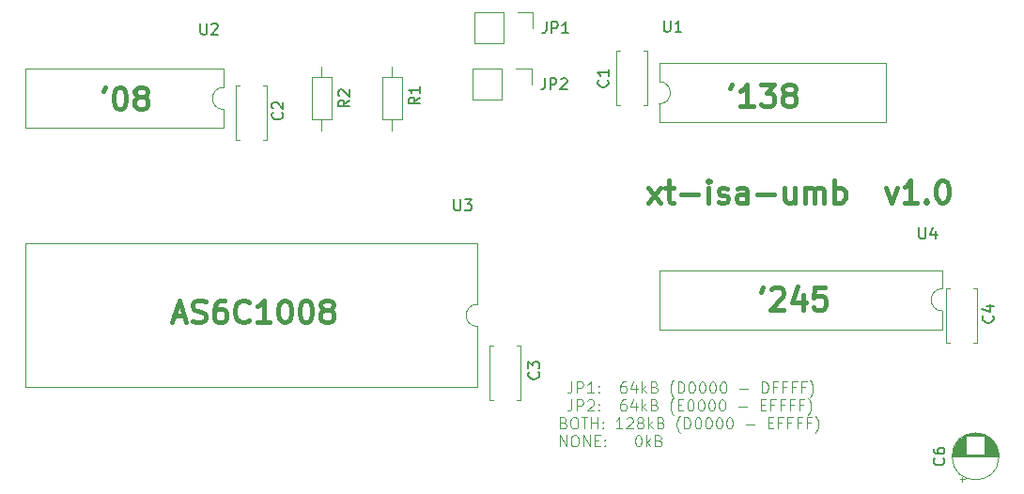
<source format=gto>
%TF.GenerationSoftware,KiCad,Pcbnew,9.0.7*%
%TF.CreationDate,2026-02-04T21:34:45+01:00*%
%TF.ProjectId,xt-isa-umb,78742d69-7361-42d7-956d-622e6b696361,0.1*%
%TF.SameCoordinates,Original*%
%TF.FileFunction,Legend,Top*%
%TF.FilePolarity,Positive*%
%FSLAX46Y46*%
G04 Gerber Fmt 4.6, Leading zero omitted, Abs format (unit mm)*
G04 Created by KiCad (PCBNEW 9.0.7) date 2026-02-04 21:34:45*
%MOMM*%
%LPD*%
G01*
G04 APERTURE LIST*
%ADD10C,0.125000*%
%ADD11C,0.400000*%
%ADD12C,0.150000*%
%ADD13C,0.120000*%
G04 APERTURE END LIST*
D10*
X139367950Y-120791287D02*
X139367950Y-121505572D01*
X139367950Y-121505572D02*
X139320331Y-121648429D01*
X139320331Y-121648429D02*
X139225093Y-121743668D01*
X139225093Y-121743668D02*
X139082236Y-121791287D01*
X139082236Y-121791287D02*
X138986998Y-121791287D01*
X139844141Y-121791287D02*
X139844141Y-120791287D01*
X139844141Y-120791287D02*
X140225093Y-120791287D01*
X140225093Y-120791287D02*
X140320331Y-120838906D01*
X140320331Y-120838906D02*
X140367950Y-120886525D01*
X140367950Y-120886525D02*
X140415569Y-120981763D01*
X140415569Y-120981763D02*
X140415569Y-121124620D01*
X140415569Y-121124620D02*
X140367950Y-121219858D01*
X140367950Y-121219858D02*
X140320331Y-121267477D01*
X140320331Y-121267477D02*
X140225093Y-121315096D01*
X140225093Y-121315096D02*
X139844141Y-121315096D01*
X141367950Y-121791287D02*
X140796522Y-121791287D01*
X141082236Y-121791287D02*
X141082236Y-120791287D01*
X141082236Y-120791287D02*
X140986998Y-120934144D01*
X140986998Y-120934144D02*
X140891760Y-121029382D01*
X140891760Y-121029382D02*
X140796522Y-121077001D01*
X141796522Y-121696048D02*
X141844141Y-121743668D01*
X141844141Y-121743668D02*
X141796522Y-121791287D01*
X141796522Y-121791287D02*
X141748903Y-121743668D01*
X141748903Y-121743668D02*
X141796522Y-121696048D01*
X141796522Y-121696048D02*
X141796522Y-121791287D01*
X141796522Y-121172239D02*
X141844141Y-121219858D01*
X141844141Y-121219858D02*
X141796522Y-121267477D01*
X141796522Y-121267477D02*
X141748903Y-121219858D01*
X141748903Y-121219858D02*
X141796522Y-121172239D01*
X141796522Y-121172239D02*
X141796522Y-121267477D01*
X144225093Y-120791287D02*
X144034617Y-120791287D01*
X144034617Y-120791287D02*
X143939379Y-120838906D01*
X143939379Y-120838906D02*
X143891760Y-120886525D01*
X143891760Y-120886525D02*
X143796522Y-121029382D01*
X143796522Y-121029382D02*
X143748903Y-121219858D01*
X143748903Y-121219858D02*
X143748903Y-121600810D01*
X143748903Y-121600810D02*
X143796522Y-121696048D01*
X143796522Y-121696048D02*
X143844141Y-121743668D01*
X143844141Y-121743668D02*
X143939379Y-121791287D01*
X143939379Y-121791287D02*
X144129855Y-121791287D01*
X144129855Y-121791287D02*
X144225093Y-121743668D01*
X144225093Y-121743668D02*
X144272712Y-121696048D01*
X144272712Y-121696048D02*
X144320331Y-121600810D01*
X144320331Y-121600810D02*
X144320331Y-121362715D01*
X144320331Y-121362715D02*
X144272712Y-121267477D01*
X144272712Y-121267477D02*
X144225093Y-121219858D01*
X144225093Y-121219858D02*
X144129855Y-121172239D01*
X144129855Y-121172239D02*
X143939379Y-121172239D01*
X143939379Y-121172239D02*
X143844141Y-121219858D01*
X143844141Y-121219858D02*
X143796522Y-121267477D01*
X143796522Y-121267477D02*
X143748903Y-121362715D01*
X145177474Y-121124620D02*
X145177474Y-121791287D01*
X144939379Y-120743668D02*
X144701284Y-121457953D01*
X144701284Y-121457953D02*
X145320331Y-121457953D01*
X145701284Y-121791287D02*
X145701284Y-120791287D01*
X145796522Y-121410334D02*
X146082236Y-121791287D01*
X146082236Y-121124620D02*
X145701284Y-121505572D01*
X146844141Y-121267477D02*
X146986998Y-121315096D01*
X146986998Y-121315096D02*
X147034617Y-121362715D01*
X147034617Y-121362715D02*
X147082236Y-121457953D01*
X147082236Y-121457953D02*
X147082236Y-121600810D01*
X147082236Y-121600810D02*
X147034617Y-121696048D01*
X147034617Y-121696048D02*
X146986998Y-121743668D01*
X146986998Y-121743668D02*
X146891760Y-121791287D01*
X146891760Y-121791287D02*
X146510808Y-121791287D01*
X146510808Y-121791287D02*
X146510808Y-120791287D01*
X146510808Y-120791287D02*
X146844141Y-120791287D01*
X146844141Y-120791287D02*
X146939379Y-120838906D01*
X146939379Y-120838906D02*
X146986998Y-120886525D01*
X146986998Y-120886525D02*
X147034617Y-120981763D01*
X147034617Y-120981763D02*
X147034617Y-121077001D01*
X147034617Y-121077001D02*
X146986998Y-121172239D01*
X146986998Y-121172239D02*
X146939379Y-121219858D01*
X146939379Y-121219858D02*
X146844141Y-121267477D01*
X146844141Y-121267477D02*
X146510808Y-121267477D01*
X148558427Y-122172239D02*
X148510808Y-122124620D01*
X148510808Y-122124620D02*
X148415570Y-121981763D01*
X148415570Y-121981763D02*
X148367951Y-121886525D01*
X148367951Y-121886525D02*
X148320332Y-121743668D01*
X148320332Y-121743668D02*
X148272713Y-121505572D01*
X148272713Y-121505572D02*
X148272713Y-121315096D01*
X148272713Y-121315096D02*
X148320332Y-121077001D01*
X148320332Y-121077001D02*
X148367951Y-120934144D01*
X148367951Y-120934144D02*
X148415570Y-120838906D01*
X148415570Y-120838906D02*
X148510808Y-120696048D01*
X148510808Y-120696048D02*
X148558427Y-120648429D01*
X148939380Y-121791287D02*
X148939380Y-120791287D01*
X148939380Y-120791287D02*
X149177475Y-120791287D01*
X149177475Y-120791287D02*
X149320332Y-120838906D01*
X149320332Y-120838906D02*
X149415570Y-120934144D01*
X149415570Y-120934144D02*
X149463189Y-121029382D01*
X149463189Y-121029382D02*
X149510808Y-121219858D01*
X149510808Y-121219858D02*
X149510808Y-121362715D01*
X149510808Y-121362715D02*
X149463189Y-121553191D01*
X149463189Y-121553191D02*
X149415570Y-121648429D01*
X149415570Y-121648429D02*
X149320332Y-121743668D01*
X149320332Y-121743668D02*
X149177475Y-121791287D01*
X149177475Y-121791287D02*
X148939380Y-121791287D01*
X150129856Y-120791287D02*
X150225094Y-120791287D01*
X150225094Y-120791287D02*
X150320332Y-120838906D01*
X150320332Y-120838906D02*
X150367951Y-120886525D01*
X150367951Y-120886525D02*
X150415570Y-120981763D01*
X150415570Y-120981763D02*
X150463189Y-121172239D01*
X150463189Y-121172239D02*
X150463189Y-121410334D01*
X150463189Y-121410334D02*
X150415570Y-121600810D01*
X150415570Y-121600810D02*
X150367951Y-121696048D01*
X150367951Y-121696048D02*
X150320332Y-121743668D01*
X150320332Y-121743668D02*
X150225094Y-121791287D01*
X150225094Y-121791287D02*
X150129856Y-121791287D01*
X150129856Y-121791287D02*
X150034618Y-121743668D01*
X150034618Y-121743668D02*
X149986999Y-121696048D01*
X149986999Y-121696048D02*
X149939380Y-121600810D01*
X149939380Y-121600810D02*
X149891761Y-121410334D01*
X149891761Y-121410334D02*
X149891761Y-121172239D01*
X149891761Y-121172239D02*
X149939380Y-120981763D01*
X149939380Y-120981763D02*
X149986999Y-120886525D01*
X149986999Y-120886525D02*
X150034618Y-120838906D01*
X150034618Y-120838906D02*
X150129856Y-120791287D01*
X151082237Y-120791287D02*
X151177475Y-120791287D01*
X151177475Y-120791287D02*
X151272713Y-120838906D01*
X151272713Y-120838906D02*
X151320332Y-120886525D01*
X151320332Y-120886525D02*
X151367951Y-120981763D01*
X151367951Y-120981763D02*
X151415570Y-121172239D01*
X151415570Y-121172239D02*
X151415570Y-121410334D01*
X151415570Y-121410334D02*
X151367951Y-121600810D01*
X151367951Y-121600810D02*
X151320332Y-121696048D01*
X151320332Y-121696048D02*
X151272713Y-121743668D01*
X151272713Y-121743668D02*
X151177475Y-121791287D01*
X151177475Y-121791287D02*
X151082237Y-121791287D01*
X151082237Y-121791287D02*
X150986999Y-121743668D01*
X150986999Y-121743668D02*
X150939380Y-121696048D01*
X150939380Y-121696048D02*
X150891761Y-121600810D01*
X150891761Y-121600810D02*
X150844142Y-121410334D01*
X150844142Y-121410334D02*
X150844142Y-121172239D01*
X150844142Y-121172239D02*
X150891761Y-120981763D01*
X150891761Y-120981763D02*
X150939380Y-120886525D01*
X150939380Y-120886525D02*
X150986999Y-120838906D01*
X150986999Y-120838906D02*
X151082237Y-120791287D01*
X152034618Y-120791287D02*
X152129856Y-120791287D01*
X152129856Y-120791287D02*
X152225094Y-120838906D01*
X152225094Y-120838906D02*
X152272713Y-120886525D01*
X152272713Y-120886525D02*
X152320332Y-120981763D01*
X152320332Y-120981763D02*
X152367951Y-121172239D01*
X152367951Y-121172239D02*
X152367951Y-121410334D01*
X152367951Y-121410334D02*
X152320332Y-121600810D01*
X152320332Y-121600810D02*
X152272713Y-121696048D01*
X152272713Y-121696048D02*
X152225094Y-121743668D01*
X152225094Y-121743668D02*
X152129856Y-121791287D01*
X152129856Y-121791287D02*
X152034618Y-121791287D01*
X152034618Y-121791287D02*
X151939380Y-121743668D01*
X151939380Y-121743668D02*
X151891761Y-121696048D01*
X151891761Y-121696048D02*
X151844142Y-121600810D01*
X151844142Y-121600810D02*
X151796523Y-121410334D01*
X151796523Y-121410334D02*
X151796523Y-121172239D01*
X151796523Y-121172239D02*
X151844142Y-120981763D01*
X151844142Y-120981763D02*
X151891761Y-120886525D01*
X151891761Y-120886525D02*
X151939380Y-120838906D01*
X151939380Y-120838906D02*
X152034618Y-120791287D01*
X152986999Y-120791287D02*
X153082237Y-120791287D01*
X153082237Y-120791287D02*
X153177475Y-120838906D01*
X153177475Y-120838906D02*
X153225094Y-120886525D01*
X153225094Y-120886525D02*
X153272713Y-120981763D01*
X153272713Y-120981763D02*
X153320332Y-121172239D01*
X153320332Y-121172239D02*
X153320332Y-121410334D01*
X153320332Y-121410334D02*
X153272713Y-121600810D01*
X153272713Y-121600810D02*
X153225094Y-121696048D01*
X153225094Y-121696048D02*
X153177475Y-121743668D01*
X153177475Y-121743668D02*
X153082237Y-121791287D01*
X153082237Y-121791287D02*
X152986999Y-121791287D01*
X152986999Y-121791287D02*
X152891761Y-121743668D01*
X152891761Y-121743668D02*
X152844142Y-121696048D01*
X152844142Y-121696048D02*
X152796523Y-121600810D01*
X152796523Y-121600810D02*
X152748904Y-121410334D01*
X152748904Y-121410334D02*
X152748904Y-121172239D01*
X152748904Y-121172239D02*
X152796523Y-120981763D01*
X152796523Y-120981763D02*
X152844142Y-120886525D01*
X152844142Y-120886525D02*
X152891761Y-120838906D01*
X152891761Y-120838906D02*
X152986999Y-120791287D01*
X154510809Y-121410334D02*
X155272714Y-121410334D01*
X156510809Y-121791287D02*
X156510809Y-120791287D01*
X156510809Y-120791287D02*
X156748904Y-120791287D01*
X156748904Y-120791287D02*
X156891761Y-120838906D01*
X156891761Y-120838906D02*
X156986999Y-120934144D01*
X156986999Y-120934144D02*
X157034618Y-121029382D01*
X157034618Y-121029382D02*
X157082237Y-121219858D01*
X157082237Y-121219858D02*
X157082237Y-121362715D01*
X157082237Y-121362715D02*
X157034618Y-121553191D01*
X157034618Y-121553191D02*
X156986999Y-121648429D01*
X156986999Y-121648429D02*
X156891761Y-121743668D01*
X156891761Y-121743668D02*
X156748904Y-121791287D01*
X156748904Y-121791287D02*
X156510809Y-121791287D01*
X157844142Y-121267477D02*
X157510809Y-121267477D01*
X157510809Y-121791287D02*
X157510809Y-120791287D01*
X157510809Y-120791287D02*
X157986999Y-120791287D01*
X158701285Y-121267477D02*
X158367952Y-121267477D01*
X158367952Y-121791287D02*
X158367952Y-120791287D01*
X158367952Y-120791287D02*
X158844142Y-120791287D01*
X159558428Y-121267477D02*
X159225095Y-121267477D01*
X159225095Y-121791287D02*
X159225095Y-120791287D01*
X159225095Y-120791287D02*
X159701285Y-120791287D01*
X160415571Y-121267477D02*
X160082238Y-121267477D01*
X160082238Y-121791287D02*
X160082238Y-120791287D01*
X160082238Y-120791287D02*
X160558428Y-120791287D01*
X160844143Y-122172239D02*
X160891762Y-122124620D01*
X160891762Y-122124620D02*
X160987000Y-121981763D01*
X160987000Y-121981763D02*
X161034619Y-121886525D01*
X161034619Y-121886525D02*
X161082238Y-121743668D01*
X161082238Y-121743668D02*
X161129857Y-121505572D01*
X161129857Y-121505572D02*
X161129857Y-121315096D01*
X161129857Y-121315096D02*
X161082238Y-121077001D01*
X161082238Y-121077001D02*
X161034619Y-120934144D01*
X161034619Y-120934144D02*
X160987000Y-120838906D01*
X160987000Y-120838906D02*
X160891762Y-120696048D01*
X160891762Y-120696048D02*
X160844143Y-120648429D01*
X139367950Y-122401231D02*
X139367950Y-123115516D01*
X139367950Y-123115516D02*
X139320331Y-123258373D01*
X139320331Y-123258373D02*
X139225093Y-123353612D01*
X139225093Y-123353612D02*
X139082236Y-123401231D01*
X139082236Y-123401231D02*
X138986998Y-123401231D01*
X139844141Y-123401231D02*
X139844141Y-122401231D01*
X139844141Y-122401231D02*
X140225093Y-122401231D01*
X140225093Y-122401231D02*
X140320331Y-122448850D01*
X140320331Y-122448850D02*
X140367950Y-122496469D01*
X140367950Y-122496469D02*
X140415569Y-122591707D01*
X140415569Y-122591707D02*
X140415569Y-122734564D01*
X140415569Y-122734564D02*
X140367950Y-122829802D01*
X140367950Y-122829802D02*
X140320331Y-122877421D01*
X140320331Y-122877421D02*
X140225093Y-122925040D01*
X140225093Y-122925040D02*
X139844141Y-122925040D01*
X140796522Y-122496469D02*
X140844141Y-122448850D01*
X140844141Y-122448850D02*
X140939379Y-122401231D01*
X140939379Y-122401231D02*
X141177474Y-122401231D01*
X141177474Y-122401231D02*
X141272712Y-122448850D01*
X141272712Y-122448850D02*
X141320331Y-122496469D01*
X141320331Y-122496469D02*
X141367950Y-122591707D01*
X141367950Y-122591707D02*
X141367950Y-122686945D01*
X141367950Y-122686945D02*
X141320331Y-122829802D01*
X141320331Y-122829802D02*
X140748903Y-123401231D01*
X140748903Y-123401231D02*
X141367950Y-123401231D01*
X141796522Y-123305992D02*
X141844141Y-123353612D01*
X141844141Y-123353612D02*
X141796522Y-123401231D01*
X141796522Y-123401231D02*
X141748903Y-123353612D01*
X141748903Y-123353612D02*
X141796522Y-123305992D01*
X141796522Y-123305992D02*
X141796522Y-123401231D01*
X141796522Y-122782183D02*
X141844141Y-122829802D01*
X141844141Y-122829802D02*
X141796522Y-122877421D01*
X141796522Y-122877421D02*
X141748903Y-122829802D01*
X141748903Y-122829802D02*
X141796522Y-122782183D01*
X141796522Y-122782183D02*
X141796522Y-122877421D01*
X144225093Y-122401231D02*
X144034617Y-122401231D01*
X144034617Y-122401231D02*
X143939379Y-122448850D01*
X143939379Y-122448850D02*
X143891760Y-122496469D01*
X143891760Y-122496469D02*
X143796522Y-122639326D01*
X143796522Y-122639326D02*
X143748903Y-122829802D01*
X143748903Y-122829802D02*
X143748903Y-123210754D01*
X143748903Y-123210754D02*
X143796522Y-123305992D01*
X143796522Y-123305992D02*
X143844141Y-123353612D01*
X143844141Y-123353612D02*
X143939379Y-123401231D01*
X143939379Y-123401231D02*
X144129855Y-123401231D01*
X144129855Y-123401231D02*
X144225093Y-123353612D01*
X144225093Y-123353612D02*
X144272712Y-123305992D01*
X144272712Y-123305992D02*
X144320331Y-123210754D01*
X144320331Y-123210754D02*
X144320331Y-122972659D01*
X144320331Y-122972659D02*
X144272712Y-122877421D01*
X144272712Y-122877421D02*
X144225093Y-122829802D01*
X144225093Y-122829802D02*
X144129855Y-122782183D01*
X144129855Y-122782183D02*
X143939379Y-122782183D01*
X143939379Y-122782183D02*
X143844141Y-122829802D01*
X143844141Y-122829802D02*
X143796522Y-122877421D01*
X143796522Y-122877421D02*
X143748903Y-122972659D01*
X145177474Y-122734564D02*
X145177474Y-123401231D01*
X144939379Y-122353612D02*
X144701284Y-123067897D01*
X144701284Y-123067897D02*
X145320331Y-123067897D01*
X145701284Y-123401231D02*
X145701284Y-122401231D01*
X145796522Y-123020278D02*
X146082236Y-123401231D01*
X146082236Y-122734564D02*
X145701284Y-123115516D01*
X146844141Y-122877421D02*
X146986998Y-122925040D01*
X146986998Y-122925040D02*
X147034617Y-122972659D01*
X147034617Y-122972659D02*
X147082236Y-123067897D01*
X147082236Y-123067897D02*
X147082236Y-123210754D01*
X147082236Y-123210754D02*
X147034617Y-123305992D01*
X147034617Y-123305992D02*
X146986998Y-123353612D01*
X146986998Y-123353612D02*
X146891760Y-123401231D01*
X146891760Y-123401231D02*
X146510808Y-123401231D01*
X146510808Y-123401231D02*
X146510808Y-122401231D01*
X146510808Y-122401231D02*
X146844141Y-122401231D01*
X146844141Y-122401231D02*
X146939379Y-122448850D01*
X146939379Y-122448850D02*
X146986998Y-122496469D01*
X146986998Y-122496469D02*
X147034617Y-122591707D01*
X147034617Y-122591707D02*
X147034617Y-122686945D01*
X147034617Y-122686945D02*
X146986998Y-122782183D01*
X146986998Y-122782183D02*
X146939379Y-122829802D01*
X146939379Y-122829802D02*
X146844141Y-122877421D01*
X146844141Y-122877421D02*
X146510808Y-122877421D01*
X148558427Y-123782183D02*
X148510808Y-123734564D01*
X148510808Y-123734564D02*
X148415570Y-123591707D01*
X148415570Y-123591707D02*
X148367951Y-123496469D01*
X148367951Y-123496469D02*
X148320332Y-123353612D01*
X148320332Y-123353612D02*
X148272713Y-123115516D01*
X148272713Y-123115516D02*
X148272713Y-122925040D01*
X148272713Y-122925040D02*
X148320332Y-122686945D01*
X148320332Y-122686945D02*
X148367951Y-122544088D01*
X148367951Y-122544088D02*
X148415570Y-122448850D01*
X148415570Y-122448850D02*
X148510808Y-122305992D01*
X148510808Y-122305992D02*
X148558427Y-122258373D01*
X148939380Y-122877421D02*
X149272713Y-122877421D01*
X149415570Y-123401231D02*
X148939380Y-123401231D01*
X148939380Y-123401231D02*
X148939380Y-122401231D01*
X148939380Y-122401231D02*
X149415570Y-122401231D01*
X150034618Y-122401231D02*
X150129856Y-122401231D01*
X150129856Y-122401231D02*
X150225094Y-122448850D01*
X150225094Y-122448850D02*
X150272713Y-122496469D01*
X150272713Y-122496469D02*
X150320332Y-122591707D01*
X150320332Y-122591707D02*
X150367951Y-122782183D01*
X150367951Y-122782183D02*
X150367951Y-123020278D01*
X150367951Y-123020278D02*
X150320332Y-123210754D01*
X150320332Y-123210754D02*
X150272713Y-123305992D01*
X150272713Y-123305992D02*
X150225094Y-123353612D01*
X150225094Y-123353612D02*
X150129856Y-123401231D01*
X150129856Y-123401231D02*
X150034618Y-123401231D01*
X150034618Y-123401231D02*
X149939380Y-123353612D01*
X149939380Y-123353612D02*
X149891761Y-123305992D01*
X149891761Y-123305992D02*
X149844142Y-123210754D01*
X149844142Y-123210754D02*
X149796523Y-123020278D01*
X149796523Y-123020278D02*
X149796523Y-122782183D01*
X149796523Y-122782183D02*
X149844142Y-122591707D01*
X149844142Y-122591707D02*
X149891761Y-122496469D01*
X149891761Y-122496469D02*
X149939380Y-122448850D01*
X149939380Y-122448850D02*
X150034618Y-122401231D01*
X150986999Y-122401231D02*
X151082237Y-122401231D01*
X151082237Y-122401231D02*
X151177475Y-122448850D01*
X151177475Y-122448850D02*
X151225094Y-122496469D01*
X151225094Y-122496469D02*
X151272713Y-122591707D01*
X151272713Y-122591707D02*
X151320332Y-122782183D01*
X151320332Y-122782183D02*
X151320332Y-123020278D01*
X151320332Y-123020278D02*
X151272713Y-123210754D01*
X151272713Y-123210754D02*
X151225094Y-123305992D01*
X151225094Y-123305992D02*
X151177475Y-123353612D01*
X151177475Y-123353612D02*
X151082237Y-123401231D01*
X151082237Y-123401231D02*
X150986999Y-123401231D01*
X150986999Y-123401231D02*
X150891761Y-123353612D01*
X150891761Y-123353612D02*
X150844142Y-123305992D01*
X150844142Y-123305992D02*
X150796523Y-123210754D01*
X150796523Y-123210754D02*
X150748904Y-123020278D01*
X150748904Y-123020278D02*
X150748904Y-122782183D01*
X150748904Y-122782183D02*
X150796523Y-122591707D01*
X150796523Y-122591707D02*
X150844142Y-122496469D01*
X150844142Y-122496469D02*
X150891761Y-122448850D01*
X150891761Y-122448850D02*
X150986999Y-122401231D01*
X151939380Y-122401231D02*
X152034618Y-122401231D01*
X152034618Y-122401231D02*
X152129856Y-122448850D01*
X152129856Y-122448850D02*
X152177475Y-122496469D01*
X152177475Y-122496469D02*
X152225094Y-122591707D01*
X152225094Y-122591707D02*
X152272713Y-122782183D01*
X152272713Y-122782183D02*
X152272713Y-123020278D01*
X152272713Y-123020278D02*
X152225094Y-123210754D01*
X152225094Y-123210754D02*
X152177475Y-123305992D01*
X152177475Y-123305992D02*
X152129856Y-123353612D01*
X152129856Y-123353612D02*
X152034618Y-123401231D01*
X152034618Y-123401231D02*
X151939380Y-123401231D01*
X151939380Y-123401231D02*
X151844142Y-123353612D01*
X151844142Y-123353612D02*
X151796523Y-123305992D01*
X151796523Y-123305992D02*
X151748904Y-123210754D01*
X151748904Y-123210754D02*
X151701285Y-123020278D01*
X151701285Y-123020278D02*
X151701285Y-122782183D01*
X151701285Y-122782183D02*
X151748904Y-122591707D01*
X151748904Y-122591707D02*
X151796523Y-122496469D01*
X151796523Y-122496469D02*
X151844142Y-122448850D01*
X151844142Y-122448850D02*
X151939380Y-122401231D01*
X152891761Y-122401231D02*
X152986999Y-122401231D01*
X152986999Y-122401231D02*
X153082237Y-122448850D01*
X153082237Y-122448850D02*
X153129856Y-122496469D01*
X153129856Y-122496469D02*
X153177475Y-122591707D01*
X153177475Y-122591707D02*
X153225094Y-122782183D01*
X153225094Y-122782183D02*
X153225094Y-123020278D01*
X153225094Y-123020278D02*
X153177475Y-123210754D01*
X153177475Y-123210754D02*
X153129856Y-123305992D01*
X153129856Y-123305992D02*
X153082237Y-123353612D01*
X153082237Y-123353612D02*
X152986999Y-123401231D01*
X152986999Y-123401231D02*
X152891761Y-123401231D01*
X152891761Y-123401231D02*
X152796523Y-123353612D01*
X152796523Y-123353612D02*
X152748904Y-123305992D01*
X152748904Y-123305992D02*
X152701285Y-123210754D01*
X152701285Y-123210754D02*
X152653666Y-123020278D01*
X152653666Y-123020278D02*
X152653666Y-122782183D01*
X152653666Y-122782183D02*
X152701285Y-122591707D01*
X152701285Y-122591707D02*
X152748904Y-122496469D01*
X152748904Y-122496469D02*
X152796523Y-122448850D01*
X152796523Y-122448850D02*
X152891761Y-122401231D01*
X154415571Y-123020278D02*
X155177476Y-123020278D01*
X156415571Y-122877421D02*
X156748904Y-122877421D01*
X156891761Y-123401231D02*
X156415571Y-123401231D01*
X156415571Y-123401231D02*
X156415571Y-122401231D01*
X156415571Y-122401231D02*
X156891761Y-122401231D01*
X157653666Y-122877421D02*
X157320333Y-122877421D01*
X157320333Y-123401231D02*
X157320333Y-122401231D01*
X157320333Y-122401231D02*
X157796523Y-122401231D01*
X158510809Y-122877421D02*
X158177476Y-122877421D01*
X158177476Y-123401231D02*
X158177476Y-122401231D01*
X158177476Y-122401231D02*
X158653666Y-122401231D01*
X159367952Y-122877421D02*
X159034619Y-122877421D01*
X159034619Y-123401231D02*
X159034619Y-122401231D01*
X159034619Y-122401231D02*
X159510809Y-122401231D01*
X160225095Y-122877421D02*
X159891762Y-122877421D01*
X159891762Y-123401231D02*
X159891762Y-122401231D01*
X159891762Y-122401231D02*
X160367952Y-122401231D01*
X160653667Y-123782183D02*
X160701286Y-123734564D01*
X160701286Y-123734564D02*
X160796524Y-123591707D01*
X160796524Y-123591707D02*
X160844143Y-123496469D01*
X160844143Y-123496469D02*
X160891762Y-123353612D01*
X160891762Y-123353612D02*
X160939381Y-123115516D01*
X160939381Y-123115516D02*
X160939381Y-122925040D01*
X160939381Y-122925040D02*
X160891762Y-122686945D01*
X160891762Y-122686945D02*
X160844143Y-122544088D01*
X160844143Y-122544088D02*
X160796524Y-122448850D01*
X160796524Y-122448850D02*
X160701286Y-122305992D01*
X160701286Y-122305992D02*
X160653667Y-122258373D01*
X138653664Y-124487365D02*
X138796521Y-124534984D01*
X138796521Y-124534984D02*
X138844140Y-124582603D01*
X138844140Y-124582603D02*
X138891759Y-124677841D01*
X138891759Y-124677841D02*
X138891759Y-124820698D01*
X138891759Y-124820698D02*
X138844140Y-124915936D01*
X138844140Y-124915936D02*
X138796521Y-124963556D01*
X138796521Y-124963556D02*
X138701283Y-125011175D01*
X138701283Y-125011175D02*
X138320331Y-125011175D01*
X138320331Y-125011175D02*
X138320331Y-124011175D01*
X138320331Y-124011175D02*
X138653664Y-124011175D01*
X138653664Y-124011175D02*
X138748902Y-124058794D01*
X138748902Y-124058794D02*
X138796521Y-124106413D01*
X138796521Y-124106413D02*
X138844140Y-124201651D01*
X138844140Y-124201651D02*
X138844140Y-124296889D01*
X138844140Y-124296889D02*
X138796521Y-124392127D01*
X138796521Y-124392127D02*
X138748902Y-124439746D01*
X138748902Y-124439746D02*
X138653664Y-124487365D01*
X138653664Y-124487365D02*
X138320331Y-124487365D01*
X139510807Y-124011175D02*
X139701283Y-124011175D01*
X139701283Y-124011175D02*
X139796521Y-124058794D01*
X139796521Y-124058794D02*
X139891759Y-124154032D01*
X139891759Y-124154032D02*
X139939378Y-124344508D01*
X139939378Y-124344508D02*
X139939378Y-124677841D01*
X139939378Y-124677841D02*
X139891759Y-124868317D01*
X139891759Y-124868317D02*
X139796521Y-124963556D01*
X139796521Y-124963556D02*
X139701283Y-125011175D01*
X139701283Y-125011175D02*
X139510807Y-125011175D01*
X139510807Y-125011175D02*
X139415569Y-124963556D01*
X139415569Y-124963556D02*
X139320331Y-124868317D01*
X139320331Y-124868317D02*
X139272712Y-124677841D01*
X139272712Y-124677841D02*
X139272712Y-124344508D01*
X139272712Y-124344508D02*
X139320331Y-124154032D01*
X139320331Y-124154032D02*
X139415569Y-124058794D01*
X139415569Y-124058794D02*
X139510807Y-124011175D01*
X140225093Y-124011175D02*
X140796521Y-124011175D01*
X140510807Y-125011175D02*
X140510807Y-124011175D01*
X141129855Y-125011175D02*
X141129855Y-124011175D01*
X141129855Y-124487365D02*
X141701283Y-124487365D01*
X141701283Y-125011175D02*
X141701283Y-124011175D01*
X142177474Y-124915936D02*
X142225093Y-124963556D01*
X142225093Y-124963556D02*
X142177474Y-125011175D01*
X142177474Y-125011175D02*
X142129855Y-124963556D01*
X142129855Y-124963556D02*
X142177474Y-124915936D01*
X142177474Y-124915936D02*
X142177474Y-125011175D01*
X142177474Y-124392127D02*
X142225093Y-124439746D01*
X142225093Y-124439746D02*
X142177474Y-124487365D01*
X142177474Y-124487365D02*
X142129855Y-124439746D01*
X142129855Y-124439746D02*
X142177474Y-124392127D01*
X142177474Y-124392127D02*
X142177474Y-124487365D01*
X143939378Y-125011175D02*
X143367950Y-125011175D01*
X143653664Y-125011175D02*
X143653664Y-124011175D01*
X143653664Y-124011175D02*
X143558426Y-124154032D01*
X143558426Y-124154032D02*
X143463188Y-124249270D01*
X143463188Y-124249270D02*
X143367950Y-124296889D01*
X144320331Y-124106413D02*
X144367950Y-124058794D01*
X144367950Y-124058794D02*
X144463188Y-124011175D01*
X144463188Y-124011175D02*
X144701283Y-124011175D01*
X144701283Y-124011175D02*
X144796521Y-124058794D01*
X144796521Y-124058794D02*
X144844140Y-124106413D01*
X144844140Y-124106413D02*
X144891759Y-124201651D01*
X144891759Y-124201651D02*
X144891759Y-124296889D01*
X144891759Y-124296889D02*
X144844140Y-124439746D01*
X144844140Y-124439746D02*
X144272712Y-125011175D01*
X144272712Y-125011175D02*
X144891759Y-125011175D01*
X145463188Y-124439746D02*
X145367950Y-124392127D01*
X145367950Y-124392127D02*
X145320331Y-124344508D01*
X145320331Y-124344508D02*
X145272712Y-124249270D01*
X145272712Y-124249270D02*
X145272712Y-124201651D01*
X145272712Y-124201651D02*
X145320331Y-124106413D01*
X145320331Y-124106413D02*
X145367950Y-124058794D01*
X145367950Y-124058794D02*
X145463188Y-124011175D01*
X145463188Y-124011175D02*
X145653664Y-124011175D01*
X145653664Y-124011175D02*
X145748902Y-124058794D01*
X145748902Y-124058794D02*
X145796521Y-124106413D01*
X145796521Y-124106413D02*
X145844140Y-124201651D01*
X145844140Y-124201651D02*
X145844140Y-124249270D01*
X145844140Y-124249270D02*
X145796521Y-124344508D01*
X145796521Y-124344508D02*
X145748902Y-124392127D01*
X145748902Y-124392127D02*
X145653664Y-124439746D01*
X145653664Y-124439746D02*
X145463188Y-124439746D01*
X145463188Y-124439746D02*
X145367950Y-124487365D01*
X145367950Y-124487365D02*
X145320331Y-124534984D01*
X145320331Y-124534984D02*
X145272712Y-124630222D01*
X145272712Y-124630222D02*
X145272712Y-124820698D01*
X145272712Y-124820698D02*
X145320331Y-124915936D01*
X145320331Y-124915936D02*
X145367950Y-124963556D01*
X145367950Y-124963556D02*
X145463188Y-125011175D01*
X145463188Y-125011175D02*
X145653664Y-125011175D01*
X145653664Y-125011175D02*
X145748902Y-124963556D01*
X145748902Y-124963556D02*
X145796521Y-124915936D01*
X145796521Y-124915936D02*
X145844140Y-124820698D01*
X145844140Y-124820698D02*
X145844140Y-124630222D01*
X145844140Y-124630222D02*
X145796521Y-124534984D01*
X145796521Y-124534984D02*
X145748902Y-124487365D01*
X145748902Y-124487365D02*
X145653664Y-124439746D01*
X146272712Y-125011175D02*
X146272712Y-124011175D01*
X146367950Y-124630222D02*
X146653664Y-125011175D01*
X146653664Y-124344508D02*
X146272712Y-124725460D01*
X147415569Y-124487365D02*
X147558426Y-124534984D01*
X147558426Y-124534984D02*
X147606045Y-124582603D01*
X147606045Y-124582603D02*
X147653664Y-124677841D01*
X147653664Y-124677841D02*
X147653664Y-124820698D01*
X147653664Y-124820698D02*
X147606045Y-124915936D01*
X147606045Y-124915936D02*
X147558426Y-124963556D01*
X147558426Y-124963556D02*
X147463188Y-125011175D01*
X147463188Y-125011175D02*
X147082236Y-125011175D01*
X147082236Y-125011175D02*
X147082236Y-124011175D01*
X147082236Y-124011175D02*
X147415569Y-124011175D01*
X147415569Y-124011175D02*
X147510807Y-124058794D01*
X147510807Y-124058794D02*
X147558426Y-124106413D01*
X147558426Y-124106413D02*
X147606045Y-124201651D01*
X147606045Y-124201651D02*
X147606045Y-124296889D01*
X147606045Y-124296889D02*
X147558426Y-124392127D01*
X147558426Y-124392127D02*
X147510807Y-124439746D01*
X147510807Y-124439746D02*
X147415569Y-124487365D01*
X147415569Y-124487365D02*
X147082236Y-124487365D01*
X149129855Y-125392127D02*
X149082236Y-125344508D01*
X149082236Y-125344508D02*
X148986998Y-125201651D01*
X148986998Y-125201651D02*
X148939379Y-125106413D01*
X148939379Y-125106413D02*
X148891760Y-124963556D01*
X148891760Y-124963556D02*
X148844141Y-124725460D01*
X148844141Y-124725460D02*
X148844141Y-124534984D01*
X148844141Y-124534984D02*
X148891760Y-124296889D01*
X148891760Y-124296889D02*
X148939379Y-124154032D01*
X148939379Y-124154032D02*
X148986998Y-124058794D01*
X148986998Y-124058794D02*
X149082236Y-123915936D01*
X149082236Y-123915936D02*
X149129855Y-123868317D01*
X149510808Y-125011175D02*
X149510808Y-124011175D01*
X149510808Y-124011175D02*
X149748903Y-124011175D01*
X149748903Y-124011175D02*
X149891760Y-124058794D01*
X149891760Y-124058794D02*
X149986998Y-124154032D01*
X149986998Y-124154032D02*
X150034617Y-124249270D01*
X150034617Y-124249270D02*
X150082236Y-124439746D01*
X150082236Y-124439746D02*
X150082236Y-124582603D01*
X150082236Y-124582603D02*
X150034617Y-124773079D01*
X150034617Y-124773079D02*
X149986998Y-124868317D01*
X149986998Y-124868317D02*
X149891760Y-124963556D01*
X149891760Y-124963556D02*
X149748903Y-125011175D01*
X149748903Y-125011175D02*
X149510808Y-125011175D01*
X150701284Y-124011175D02*
X150796522Y-124011175D01*
X150796522Y-124011175D02*
X150891760Y-124058794D01*
X150891760Y-124058794D02*
X150939379Y-124106413D01*
X150939379Y-124106413D02*
X150986998Y-124201651D01*
X150986998Y-124201651D02*
X151034617Y-124392127D01*
X151034617Y-124392127D02*
X151034617Y-124630222D01*
X151034617Y-124630222D02*
X150986998Y-124820698D01*
X150986998Y-124820698D02*
X150939379Y-124915936D01*
X150939379Y-124915936D02*
X150891760Y-124963556D01*
X150891760Y-124963556D02*
X150796522Y-125011175D01*
X150796522Y-125011175D02*
X150701284Y-125011175D01*
X150701284Y-125011175D02*
X150606046Y-124963556D01*
X150606046Y-124963556D02*
X150558427Y-124915936D01*
X150558427Y-124915936D02*
X150510808Y-124820698D01*
X150510808Y-124820698D02*
X150463189Y-124630222D01*
X150463189Y-124630222D02*
X150463189Y-124392127D01*
X150463189Y-124392127D02*
X150510808Y-124201651D01*
X150510808Y-124201651D02*
X150558427Y-124106413D01*
X150558427Y-124106413D02*
X150606046Y-124058794D01*
X150606046Y-124058794D02*
X150701284Y-124011175D01*
X151653665Y-124011175D02*
X151748903Y-124011175D01*
X151748903Y-124011175D02*
X151844141Y-124058794D01*
X151844141Y-124058794D02*
X151891760Y-124106413D01*
X151891760Y-124106413D02*
X151939379Y-124201651D01*
X151939379Y-124201651D02*
X151986998Y-124392127D01*
X151986998Y-124392127D02*
X151986998Y-124630222D01*
X151986998Y-124630222D02*
X151939379Y-124820698D01*
X151939379Y-124820698D02*
X151891760Y-124915936D01*
X151891760Y-124915936D02*
X151844141Y-124963556D01*
X151844141Y-124963556D02*
X151748903Y-125011175D01*
X151748903Y-125011175D02*
X151653665Y-125011175D01*
X151653665Y-125011175D02*
X151558427Y-124963556D01*
X151558427Y-124963556D02*
X151510808Y-124915936D01*
X151510808Y-124915936D02*
X151463189Y-124820698D01*
X151463189Y-124820698D02*
X151415570Y-124630222D01*
X151415570Y-124630222D02*
X151415570Y-124392127D01*
X151415570Y-124392127D02*
X151463189Y-124201651D01*
X151463189Y-124201651D02*
X151510808Y-124106413D01*
X151510808Y-124106413D02*
X151558427Y-124058794D01*
X151558427Y-124058794D02*
X151653665Y-124011175D01*
X152606046Y-124011175D02*
X152701284Y-124011175D01*
X152701284Y-124011175D02*
X152796522Y-124058794D01*
X152796522Y-124058794D02*
X152844141Y-124106413D01*
X152844141Y-124106413D02*
X152891760Y-124201651D01*
X152891760Y-124201651D02*
X152939379Y-124392127D01*
X152939379Y-124392127D02*
X152939379Y-124630222D01*
X152939379Y-124630222D02*
X152891760Y-124820698D01*
X152891760Y-124820698D02*
X152844141Y-124915936D01*
X152844141Y-124915936D02*
X152796522Y-124963556D01*
X152796522Y-124963556D02*
X152701284Y-125011175D01*
X152701284Y-125011175D02*
X152606046Y-125011175D01*
X152606046Y-125011175D02*
X152510808Y-124963556D01*
X152510808Y-124963556D02*
X152463189Y-124915936D01*
X152463189Y-124915936D02*
X152415570Y-124820698D01*
X152415570Y-124820698D02*
X152367951Y-124630222D01*
X152367951Y-124630222D02*
X152367951Y-124392127D01*
X152367951Y-124392127D02*
X152415570Y-124201651D01*
X152415570Y-124201651D02*
X152463189Y-124106413D01*
X152463189Y-124106413D02*
X152510808Y-124058794D01*
X152510808Y-124058794D02*
X152606046Y-124011175D01*
X153558427Y-124011175D02*
X153653665Y-124011175D01*
X153653665Y-124011175D02*
X153748903Y-124058794D01*
X153748903Y-124058794D02*
X153796522Y-124106413D01*
X153796522Y-124106413D02*
X153844141Y-124201651D01*
X153844141Y-124201651D02*
X153891760Y-124392127D01*
X153891760Y-124392127D02*
X153891760Y-124630222D01*
X153891760Y-124630222D02*
X153844141Y-124820698D01*
X153844141Y-124820698D02*
X153796522Y-124915936D01*
X153796522Y-124915936D02*
X153748903Y-124963556D01*
X153748903Y-124963556D02*
X153653665Y-125011175D01*
X153653665Y-125011175D02*
X153558427Y-125011175D01*
X153558427Y-125011175D02*
X153463189Y-124963556D01*
X153463189Y-124963556D02*
X153415570Y-124915936D01*
X153415570Y-124915936D02*
X153367951Y-124820698D01*
X153367951Y-124820698D02*
X153320332Y-124630222D01*
X153320332Y-124630222D02*
X153320332Y-124392127D01*
X153320332Y-124392127D02*
X153367951Y-124201651D01*
X153367951Y-124201651D02*
X153415570Y-124106413D01*
X153415570Y-124106413D02*
X153463189Y-124058794D01*
X153463189Y-124058794D02*
X153558427Y-124011175D01*
X155082237Y-124630222D02*
X155844142Y-124630222D01*
X157082237Y-124487365D02*
X157415570Y-124487365D01*
X157558427Y-125011175D02*
X157082237Y-125011175D01*
X157082237Y-125011175D02*
X157082237Y-124011175D01*
X157082237Y-124011175D02*
X157558427Y-124011175D01*
X158320332Y-124487365D02*
X157986999Y-124487365D01*
X157986999Y-125011175D02*
X157986999Y-124011175D01*
X157986999Y-124011175D02*
X158463189Y-124011175D01*
X159177475Y-124487365D02*
X158844142Y-124487365D01*
X158844142Y-125011175D02*
X158844142Y-124011175D01*
X158844142Y-124011175D02*
X159320332Y-124011175D01*
X160034618Y-124487365D02*
X159701285Y-124487365D01*
X159701285Y-125011175D02*
X159701285Y-124011175D01*
X159701285Y-124011175D02*
X160177475Y-124011175D01*
X160891761Y-124487365D02*
X160558428Y-124487365D01*
X160558428Y-125011175D02*
X160558428Y-124011175D01*
X160558428Y-124011175D02*
X161034618Y-124011175D01*
X161320333Y-125392127D02*
X161367952Y-125344508D01*
X161367952Y-125344508D02*
X161463190Y-125201651D01*
X161463190Y-125201651D02*
X161510809Y-125106413D01*
X161510809Y-125106413D02*
X161558428Y-124963556D01*
X161558428Y-124963556D02*
X161606047Y-124725460D01*
X161606047Y-124725460D02*
X161606047Y-124534984D01*
X161606047Y-124534984D02*
X161558428Y-124296889D01*
X161558428Y-124296889D02*
X161510809Y-124154032D01*
X161510809Y-124154032D02*
X161463190Y-124058794D01*
X161463190Y-124058794D02*
X161367952Y-123915936D01*
X161367952Y-123915936D02*
X161320333Y-123868317D01*
X138320331Y-126621119D02*
X138320331Y-125621119D01*
X138320331Y-125621119D02*
X138891759Y-126621119D01*
X138891759Y-126621119D02*
X138891759Y-125621119D01*
X139558426Y-125621119D02*
X139748902Y-125621119D01*
X139748902Y-125621119D02*
X139844140Y-125668738D01*
X139844140Y-125668738D02*
X139939378Y-125763976D01*
X139939378Y-125763976D02*
X139986997Y-125954452D01*
X139986997Y-125954452D02*
X139986997Y-126287785D01*
X139986997Y-126287785D02*
X139939378Y-126478261D01*
X139939378Y-126478261D02*
X139844140Y-126573500D01*
X139844140Y-126573500D02*
X139748902Y-126621119D01*
X139748902Y-126621119D02*
X139558426Y-126621119D01*
X139558426Y-126621119D02*
X139463188Y-126573500D01*
X139463188Y-126573500D02*
X139367950Y-126478261D01*
X139367950Y-126478261D02*
X139320331Y-126287785D01*
X139320331Y-126287785D02*
X139320331Y-125954452D01*
X139320331Y-125954452D02*
X139367950Y-125763976D01*
X139367950Y-125763976D02*
X139463188Y-125668738D01*
X139463188Y-125668738D02*
X139558426Y-125621119D01*
X140415569Y-126621119D02*
X140415569Y-125621119D01*
X140415569Y-125621119D02*
X140986997Y-126621119D01*
X140986997Y-126621119D02*
X140986997Y-125621119D01*
X141463188Y-126097309D02*
X141796521Y-126097309D01*
X141939378Y-126621119D02*
X141463188Y-126621119D01*
X141463188Y-126621119D02*
X141463188Y-125621119D01*
X141463188Y-125621119D02*
X141939378Y-125621119D01*
X142367950Y-126525880D02*
X142415569Y-126573500D01*
X142415569Y-126573500D02*
X142367950Y-126621119D01*
X142367950Y-126621119D02*
X142320331Y-126573500D01*
X142320331Y-126573500D02*
X142367950Y-126525880D01*
X142367950Y-126525880D02*
X142367950Y-126621119D01*
X142367950Y-126002071D02*
X142415569Y-126049690D01*
X142415569Y-126049690D02*
X142367950Y-126097309D01*
X142367950Y-126097309D02*
X142320331Y-126049690D01*
X142320331Y-126049690D02*
X142367950Y-126002071D01*
X142367950Y-126002071D02*
X142367950Y-126097309D01*
X145320331Y-125621119D02*
X145415569Y-125621119D01*
X145415569Y-125621119D02*
X145510807Y-125668738D01*
X145510807Y-125668738D02*
X145558426Y-125716357D01*
X145558426Y-125716357D02*
X145606045Y-125811595D01*
X145606045Y-125811595D02*
X145653664Y-126002071D01*
X145653664Y-126002071D02*
X145653664Y-126240166D01*
X145653664Y-126240166D02*
X145606045Y-126430642D01*
X145606045Y-126430642D02*
X145558426Y-126525880D01*
X145558426Y-126525880D02*
X145510807Y-126573500D01*
X145510807Y-126573500D02*
X145415569Y-126621119D01*
X145415569Y-126621119D02*
X145320331Y-126621119D01*
X145320331Y-126621119D02*
X145225093Y-126573500D01*
X145225093Y-126573500D02*
X145177474Y-126525880D01*
X145177474Y-126525880D02*
X145129855Y-126430642D01*
X145129855Y-126430642D02*
X145082236Y-126240166D01*
X145082236Y-126240166D02*
X145082236Y-126002071D01*
X145082236Y-126002071D02*
X145129855Y-125811595D01*
X145129855Y-125811595D02*
X145177474Y-125716357D01*
X145177474Y-125716357D02*
X145225093Y-125668738D01*
X145225093Y-125668738D02*
X145320331Y-125621119D01*
X146082236Y-126621119D02*
X146082236Y-125621119D01*
X146177474Y-126240166D02*
X146463188Y-126621119D01*
X146463188Y-125954452D02*
X146082236Y-126335404D01*
X147225093Y-126097309D02*
X147367950Y-126144928D01*
X147367950Y-126144928D02*
X147415569Y-126192547D01*
X147415569Y-126192547D02*
X147463188Y-126287785D01*
X147463188Y-126287785D02*
X147463188Y-126430642D01*
X147463188Y-126430642D02*
X147415569Y-126525880D01*
X147415569Y-126525880D02*
X147367950Y-126573500D01*
X147367950Y-126573500D02*
X147272712Y-126621119D01*
X147272712Y-126621119D02*
X146891760Y-126621119D01*
X146891760Y-126621119D02*
X146891760Y-125621119D01*
X146891760Y-125621119D02*
X147225093Y-125621119D01*
X147225093Y-125621119D02*
X147320331Y-125668738D01*
X147320331Y-125668738D02*
X147367950Y-125716357D01*
X147367950Y-125716357D02*
X147415569Y-125811595D01*
X147415569Y-125811595D02*
X147415569Y-125906833D01*
X147415569Y-125906833D02*
X147367950Y-126002071D01*
X147367950Y-126002071D02*
X147320331Y-126049690D01*
X147320331Y-126049690D02*
X147225093Y-126097309D01*
X147225093Y-126097309D02*
X146891760Y-126097309D01*
D11*
X146298871Y-104636438D02*
X147346490Y-103303104D01*
X146298871Y-103303104D02*
X147346490Y-104636438D01*
X147822681Y-103303104D02*
X148584585Y-103303104D01*
X148108395Y-102636438D02*
X148108395Y-104350723D01*
X148108395Y-104350723D02*
X148203633Y-104541200D01*
X148203633Y-104541200D02*
X148394109Y-104636438D01*
X148394109Y-104636438D02*
X148584585Y-104636438D01*
X149251252Y-103874533D02*
X150775062Y-103874533D01*
X151727442Y-104636438D02*
X151727442Y-103303104D01*
X151727442Y-102636438D02*
X151632204Y-102731676D01*
X151632204Y-102731676D02*
X151727442Y-102826914D01*
X151727442Y-102826914D02*
X151822680Y-102731676D01*
X151822680Y-102731676D02*
X151727442Y-102636438D01*
X151727442Y-102636438D02*
X151727442Y-102826914D01*
X152584585Y-104541200D02*
X152775061Y-104636438D01*
X152775061Y-104636438D02*
X153156013Y-104636438D01*
X153156013Y-104636438D02*
X153346490Y-104541200D01*
X153346490Y-104541200D02*
X153441728Y-104350723D01*
X153441728Y-104350723D02*
X153441728Y-104255485D01*
X153441728Y-104255485D02*
X153346490Y-104065009D01*
X153346490Y-104065009D02*
X153156013Y-103969771D01*
X153156013Y-103969771D02*
X152870299Y-103969771D01*
X152870299Y-103969771D02*
X152679823Y-103874533D01*
X152679823Y-103874533D02*
X152584585Y-103684057D01*
X152584585Y-103684057D02*
X152584585Y-103588819D01*
X152584585Y-103588819D02*
X152679823Y-103398342D01*
X152679823Y-103398342D02*
X152870299Y-103303104D01*
X152870299Y-103303104D02*
X153156013Y-103303104D01*
X153156013Y-103303104D02*
X153346490Y-103398342D01*
X155156014Y-104636438D02*
X155156014Y-103588819D01*
X155156014Y-103588819D02*
X155060776Y-103398342D01*
X155060776Y-103398342D02*
X154870300Y-103303104D01*
X154870300Y-103303104D02*
X154489347Y-103303104D01*
X154489347Y-103303104D02*
X154298871Y-103398342D01*
X155156014Y-104541200D02*
X154965538Y-104636438D01*
X154965538Y-104636438D02*
X154489347Y-104636438D01*
X154489347Y-104636438D02*
X154298871Y-104541200D01*
X154298871Y-104541200D02*
X154203633Y-104350723D01*
X154203633Y-104350723D02*
X154203633Y-104160247D01*
X154203633Y-104160247D02*
X154298871Y-103969771D01*
X154298871Y-103969771D02*
X154489347Y-103874533D01*
X154489347Y-103874533D02*
X154965538Y-103874533D01*
X154965538Y-103874533D02*
X155156014Y-103779295D01*
X156108395Y-103874533D02*
X157632205Y-103874533D01*
X159441728Y-103303104D02*
X159441728Y-104636438D01*
X158584585Y-103303104D02*
X158584585Y-104350723D01*
X158584585Y-104350723D02*
X158679823Y-104541200D01*
X158679823Y-104541200D02*
X158870299Y-104636438D01*
X158870299Y-104636438D02*
X159156014Y-104636438D01*
X159156014Y-104636438D02*
X159346490Y-104541200D01*
X159346490Y-104541200D02*
X159441728Y-104445961D01*
X160394109Y-104636438D02*
X160394109Y-103303104D01*
X160394109Y-103493580D02*
X160489347Y-103398342D01*
X160489347Y-103398342D02*
X160679823Y-103303104D01*
X160679823Y-103303104D02*
X160965538Y-103303104D01*
X160965538Y-103303104D02*
X161156014Y-103398342D01*
X161156014Y-103398342D02*
X161251252Y-103588819D01*
X161251252Y-103588819D02*
X161251252Y-104636438D01*
X161251252Y-103588819D02*
X161346490Y-103398342D01*
X161346490Y-103398342D02*
X161536966Y-103303104D01*
X161536966Y-103303104D02*
X161822680Y-103303104D01*
X161822680Y-103303104D02*
X162013157Y-103398342D01*
X162013157Y-103398342D02*
X162108395Y-103588819D01*
X162108395Y-103588819D02*
X162108395Y-104636438D01*
X163060776Y-104636438D02*
X163060776Y-102636438D01*
X163060776Y-103398342D02*
X163251252Y-103303104D01*
X163251252Y-103303104D02*
X163632205Y-103303104D01*
X163632205Y-103303104D02*
X163822681Y-103398342D01*
X163822681Y-103398342D02*
X163917919Y-103493580D01*
X163917919Y-103493580D02*
X164013157Y-103684057D01*
X164013157Y-103684057D02*
X164013157Y-104255485D01*
X164013157Y-104255485D02*
X163917919Y-104445961D01*
X163917919Y-104445961D02*
X163822681Y-104541200D01*
X163822681Y-104541200D02*
X163632205Y-104636438D01*
X163632205Y-104636438D02*
X163251252Y-104636438D01*
X163251252Y-104636438D02*
X163060776Y-104541200D01*
X167727444Y-103303104D02*
X168203634Y-104636438D01*
X168203634Y-104636438D02*
X168679825Y-103303104D01*
X170489349Y-104636438D02*
X169346492Y-104636438D01*
X169917920Y-104636438D02*
X169917920Y-102636438D01*
X169917920Y-102636438D02*
X169727444Y-102922152D01*
X169727444Y-102922152D02*
X169536968Y-103112628D01*
X169536968Y-103112628D02*
X169346492Y-103207866D01*
X171346492Y-104445961D02*
X171441730Y-104541200D01*
X171441730Y-104541200D02*
X171346492Y-104636438D01*
X171346492Y-104636438D02*
X171251254Y-104541200D01*
X171251254Y-104541200D02*
X171346492Y-104445961D01*
X171346492Y-104445961D02*
X171346492Y-104636438D01*
X172679825Y-102636438D02*
X172870302Y-102636438D01*
X172870302Y-102636438D02*
X173060778Y-102731676D01*
X173060778Y-102731676D02*
X173156016Y-102826914D01*
X173156016Y-102826914D02*
X173251254Y-103017390D01*
X173251254Y-103017390D02*
X173346492Y-103398342D01*
X173346492Y-103398342D02*
X173346492Y-103874533D01*
X173346492Y-103874533D02*
X173251254Y-104255485D01*
X173251254Y-104255485D02*
X173156016Y-104445961D01*
X173156016Y-104445961D02*
X173060778Y-104541200D01*
X173060778Y-104541200D02*
X172870302Y-104636438D01*
X172870302Y-104636438D02*
X172679825Y-104636438D01*
X172679825Y-104636438D02*
X172489349Y-104541200D01*
X172489349Y-104541200D02*
X172394111Y-104445961D01*
X172394111Y-104445961D02*
X172298873Y-104255485D01*
X172298873Y-104255485D02*
X172203635Y-103874533D01*
X172203635Y-103874533D02*
X172203635Y-103398342D01*
X172203635Y-103398342D02*
X172298873Y-103017390D01*
X172298873Y-103017390D02*
X172394111Y-102826914D01*
X172394111Y-102826914D02*
X172489349Y-102731676D01*
X172489349Y-102731676D02*
X172679825Y-102636438D01*
X103514109Y-114860009D02*
X104466490Y-114860009D01*
X103323633Y-115431438D02*
X103990299Y-113431438D01*
X103990299Y-113431438D02*
X104656966Y-115431438D01*
X105228395Y-115336200D02*
X105514109Y-115431438D01*
X105514109Y-115431438D02*
X105990300Y-115431438D01*
X105990300Y-115431438D02*
X106180776Y-115336200D01*
X106180776Y-115336200D02*
X106276014Y-115240961D01*
X106276014Y-115240961D02*
X106371252Y-115050485D01*
X106371252Y-115050485D02*
X106371252Y-114860009D01*
X106371252Y-114860009D02*
X106276014Y-114669533D01*
X106276014Y-114669533D02*
X106180776Y-114574295D01*
X106180776Y-114574295D02*
X105990300Y-114479057D01*
X105990300Y-114479057D02*
X105609347Y-114383819D01*
X105609347Y-114383819D02*
X105418871Y-114288580D01*
X105418871Y-114288580D02*
X105323633Y-114193342D01*
X105323633Y-114193342D02*
X105228395Y-114002866D01*
X105228395Y-114002866D02*
X105228395Y-113812390D01*
X105228395Y-113812390D02*
X105323633Y-113621914D01*
X105323633Y-113621914D02*
X105418871Y-113526676D01*
X105418871Y-113526676D02*
X105609347Y-113431438D01*
X105609347Y-113431438D02*
X106085538Y-113431438D01*
X106085538Y-113431438D02*
X106371252Y-113526676D01*
X108085538Y-113431438D02*
X107704585Y-113431438D01*
X107704585Y-113431438D02*
X107514109Y-113526676D01*
X107514109Y-113526676D02*
X107418871Y-113621914D01*
X107418871Y-113621914D02*
X107228395Y-113907628D01*
X107228395Y-113907628D02*
X107133157Y-114288580D01*
X107133157Y-114288580D02*
X107133157Y-115050485D01*
X107133157Y-115050485D02*
X107228395Y-115240961D01*
X107228395Y-115240961D02*
X107323633Y-115336200D01*
X107323633Y-115336200D02*
X107514109Y-115431438D01*
X107514109Y-115431438D02*
X107895062Y-115431438D01*
X107895062Y-115431438D02*
X108085538Y-115336200D01*
X108085538Y-115336200D02*
X108180776Y-115240961D01*
X108180776Y-115240961D02*
X108276014Y-115050485D01*
X108276014Y-115050485D02*
X108276014Y-114574295D01*
X108276014Y-114574295D02*
X108180776Y-114383819D01*
X108180776Y-114383819D02*
X108085538Y-114288580D01*
X108085538Y-114288580D02*
X107895062Y-114193342D01*
X107895062Y-114193342D02*
X107514109Y-114193342D01*
X107514109Y-114193342D02*
X107323633Y-114288580D01*
X107323633Y-114288580D02*
X107228395Y-114383819D01*
X107228395Y-114383819D02*
X107133157Y-114574295D01*
X110276014Y-115240961D02*
X110180776Y-115336200D01*
X110180776Y-115336200D02*
X109895062Y-115431438D01*
X109895062Y-115431438D02*
X109704586Y-115431438D01*
X109704586Y-115431438D02*
X109418871Y-115336200D01*
X109418871Y-115336200D02*
X109228395Y-115145723D01*
X109228395Y-115145723D02*
X109133157Y-114955247D01*
X109133157Y-114955247D02*
X109037919Y-114574295D01*
X109037919Y-114574295D02*
X109037919Y-114288580D01*
X109037919Y-114288580D02*
X109133157Y-113907628D01*
X109133157Y-113907628D02*
X109228395Y-113717152D01*
X109228395Y-113717152D02*
X109418871Y-113526676D01*
X109418871Y-113526676D02*
X109704586Y-113431438D01*
X109704586Y-113431438D02*
X109895062Y-113431438D01*
X109895062Y-113431438D02*
X110180776Y-113526676D01*
X110180776Y-113526676D02*
X110276014Y-113621914D01*
X112180776Y-115431438D02*
X111037919Y-115431438D01*
X111609347Y-115431438D02*
X111609347Y-113431438D01*
X111609347Y-113431438D02*
X111418871Y-113717152D01*
X111418871Y-113717152D02*
X111228395Y-113907628D01*
X111228395Y-113907628D02*
X111037919Y-114002866D01*
X113418871Y-113431438D02*
X113609348Y-113431438D01*
X113609348Y-113431438D02*
X113799824Y-113526676D01*
X113799824Y-113526676D02*
X113895062Y-113621914D01*
X113895062Y-113621914D02*
X113990300Y-113812390D01*
X113990300Y-113812390D02*
X114085538Y-114193342D01*
X114085538Y-114193342D02*
X114085538Y-114669533D01*
X114085538Y-114669533D02*
X113990300Y-115050485D01*
X113990300Y-115050485D02*
X113895062Y-115240961D01*
X113895062Y-115240961D02*
X113799824Y-115336200D01*
X113799824Y-115336200D02*
X113609348Y-115431438D01*
X113609348Y-115431438D02*
X113418871Y-115431438D01*
X113418871Y-115431438D02*
X113228395Y-115336200D01*
X113228395Y-115336200D02*
X113133157Y-115240961D01*
X113133157Y-115240961D02*
X113037919Y-115050485D01*
X113037919Y-115050485D02*
X112942681Y-114669533D01*
X112942681Y-114669533D02*
X112942681Y-114193342D01*
X112942681Y-114193342D02*
X113037919Y-113812390D01*
X113037919Y-113812390D02*
X113133157Y-113621914D01*
X113133157Y-113621914D02*
X113228395Y-113526676D01*
X113228395Y-113526676D02*
X113418871Y-113431438D01*
X115323633Y-113431438D02*
X115514110Y-113431438D01*
X115514110Y-113431438D02*
X115704586Y-113526676D01*
X115704586Y-113526676D02*
X115799824Y-113621914D01*
X115799824Y-113621914D02*
X115895062Y-113812390D01*
X115895062Y-113812390D02*
X115990300Y-114193342D01*
X115990300Y-114193342D02*
X115990300Y-114669533D01*
X115990300Y-114669533D02*
X115895062Y-115050485D01*
X115895062Y-115050485D02*
X115799824Y-115240961D01*
X115799824Y-115240961D02*
X115704586Y-115336200D01*
X115704586Y-115336200D02*
X115514110Y-115431438D01*
X115514110Y-115431438D02*
X115323633Y-115431438D01*
X115323633Y-115431438D02*
X115133157Y-115336200D01*
X115133157Y-115336200D02*
X115037919Y-115240961D01*
X115037919Y-115240961D02*
X114942681Y-115050485D01*
X114942681Y-115050485D02*
X114847443Y-114669533D01*
X114847443Y-114669533D02*
X114847443Y-114193342D01*
X114847443Y-114193342D02*
X114942681Y-113812390D01*
X114942681Y-113812390D02*
X115037919Y-113621914D01*
X115037919Y-113621914D02*
X115133157Y-113526676D01*
X115133157Y-113526676D02*
X115323633Y-113431438D01*
X117133157Y-114288580D02*
X116942681Y-114193342D01*
X116942681Y-114193342D02*
X116847443Y-114098104D01*
X116847443Y-114098104D02*
X116752205Y-113907628D01*
X116752205Y-113907628D02*
X116752205Y-113812390D01*
X116752205Y-113812390D02*
X116847443Y-113621914D01*
X116847443Y-113621914D02*
X116942681Y-113526676D01*
X116942681Y-113526676D02*
X117133157Y-113431438D01*
X117133157Y-113431438D02*
X117514110Y-113431438D01*
X117514110Y-113431438D02*
X117704586Y-113526676D01*
X117704586Y-113526676D02*
X117799824Y-113621914D01*
X117799824Y-113621914D02*
X117895062Y-113812390D01*
X117895062Y-113812390D02*
X117895062Y-113907628D01*
X117895062Y-113907628D02*
X117799824Y-114098104D01*
X117799824Y-114098104D02*
X117704586Y-114193342D01*
X117704586Y-114193342D02*
X117514110Y-114288580D01*
X117514110Y-114288580D02*
X117133157Y-114288580D01*
X117133157Y-114288580D02*
X116942681Y-114383819D01*
X116942681Y-114383819D02*
X116847443Y-114479057D01*
X116847443Y-114479057D02*
X116752205Y-114669533D01*
X116752205Y-114669533D02*
X116752205Y-115050485D01*
X116752205Y-115050485D02*
X116847443Y-115240961D01*
X116847443Y-115240961D02*
X116942681Y-115336200D01*
X116942681Y-115336200D02*
X117133157Y-115431438D01*
X117133157Y-115431438D02*
X117514110Y-115431438D01*
X117514110Y-115431438D02*
X117704586Y-115336200D01*
X117704586Y-115336200D02*
X117799824Y-115240961D01*
X117799824Y-115240961D02*
X117895062Y-115050485D01*
X117895062Y-115050485D02*
X117895062Y-114669533D01*
X117895062Y-114669533D02*
X117799824Y-114479057D01*
X117799824Y-114479057D02*
X117704586Y-114383819D01*
X117704586Y-114383819D02*
X117514110Y-114288580D01*
X97334585Y-94234438D02*
X97144109Y-94615390D01*
X98572680Y-94234438D02*
X98763157Y-94234438D01*
X98763157Y-94234438D02*
X98953633Y-94329676D01*
X98953633Y-94329676D02*
X99048871Y-94424914D01*
X99048871Y-94424914D02*
X99144109Y-94615390D01*
X99144109Y-94615390D02*
X99239347Y-94996342D01*
X99239347Y-94996342D02*
X99239347Y-95472533D01*
X99239347Y-95472533D02*
X99144109Y-95853485D01*
X99144109Y-95853485D02*
X99048871Y-96043961D01*
X99048871Y-96043961D02*
X98953633Y-96139200D01*
X98953633Y-96139200D02*
X98763157Y-96234438D01*
X98763157Y-96234438D02*
X98572680Y-96234438D01*
X98572680Y-96234438D02*
X98382204Y-96139200D01*
X98382204Y-96139200D02*
X98286966Y-96043961D01*
X98286966Y-96043961D02*
X98191728Y-95853485D01*
X98191728Y-95853485D02*
X98096490Y-95472533D01*
X98096490Y-95472533D02*
X98096490Y-94996342D01*
X98096490Y-94996342D02*
X98191728Y-94615390D01*
X98191728Y-94615390D02*
X98286966Y-94424914D01*
X98286966Y-94424914D02*
X98382204Y-94329676D01*
X98382204Y-94329676D02*
X98572680Y-94234438D01*
X100382204Y-95091580D02*
X100191728Y-94996342D01*
X100191728Y-94996342D02*
X100096490Y-94901104D01*
X100096490Y-94901104D02*
X100001252Y-94710628D01*
X100001252Y-94710628D02*
X100001252Y-94615390D01*
X100001252Y-94615390D02*
X100096490Y-94424914D01*
X100096490Y-94424914D02*
X100191728Y-94329676D01*
X100191728Y-94329676D02*
X100382204Y-94234438D01*
X100382204Y-94234438D02*
X100763157Y-94234438D01*
X100763157Y-94234438D02*
X100953633Y-94329676D01*
X100953633Y-94329676D02*
X101048871Y-94424914D01*
X101048871Y-94424914D02*
X101144109Y-94615390D01*
X101144109Y-94615390D02*
X101144109Y-94710628D01*
X101144109Y-94710628D02*
X101048871Y-94901104D01*
X101048871Y-94901104D02*
X100953633Y-94996342D01*
X100953633Y-94996342D02*
X100763157Y-95091580D01*
X100763157Y-95091580D02*
X100382204Y-95091580D01*
X100382204Y-95091580D02*
X100191728Y-95186819D01*
X100191728Y-95186819D02*
X100096490Y-95282057D01*
X100096490Y-95282057D02*
X100001252Y-95472533D01*
X100001252Y-95472533D02*
X100001252Y-95853485D01*
X100001252Y-95853485D02*
X100096490Y-96043961D01*
X100096490Y-96043961D02*
X100191728Y-96139200D01*
X100191728Y-96139200D02*
X100382204Y-96234438D01*
X100382204Y-96234438D02*
X100763157Y-96234438D01*
X100763157Y-96234438D02*
X100953633Y-96139200D01*
X100953633Y-96139200D02*
X101048871Y-96043961D01*
X101048871Y-96043961D02*
X101144109Y-95853485D01*
X101144109Y-95853485D02*
X101144109Y-95472533D01*
X101144109Y-95472533D02*
X101048871Y-95282057D01*
X101048871Y-95282057D02*
X100953633Y-95186819D01*
X100953633Y-95186819D02*
X100763157Y-95091580D01*
X153834585Y-93984438D02*
X153644109Y-94365390D01*
X155739347Y-95984438D02*
X154596490Y-95984438D01*
X155167918Y-95984438D02*
X155167918Y-93984438D01*
X155167918Y-93984438D02*
X154977442Y-94270152D01*
X154977442Y-94270152D02*
X154786966Y-94460628D01*
X154786966Y-94460628D02*
X154596490Y-94555866D01*
X156406014Y-93984438D02*
X157644109Y-93984438D01*
X157644109Y-93984438D02*
X156977442Y-94746342D01*
X156977442Y-94746342D02*
X157263157Y-94746342D01*
X157263157Y-94746342D02*
X157453633Y-94841580D01*
X157453633Y-94841580D02*
X157548871Y-94936819D01*
X157548871Y-94936819D02*
X157644109Y-95127295D01*
X157644109Y-95127295D02*
X157644109Y-95603485D01*
X157644109Y-95603485D02*
X157548871Y-95793961D01*
X157548871Y-95793961D02*
X157453633Y-95889200D01*
X157453633Y-95889200D02*
X157263157Y-95984438D01*
X157263157Y-95984438D02*
X156691728Y-95984438D01*
X156691728Y-95984438D02*
X156501252Y-95889200D01*
X156501252Y-95889200D02*
X156406014Y-95793961D01*
X158786966Y-94841580D02*
X158596490Y-94746342D01*
X158596490Y-94746342D02*
X158501252Y-94651104D01*
X158501252Y-94651104D02*
X158406014Y-94460628D01*
X158406014Y-94460628D02*
X158406014Y-94365390D01*
X158406014Y-94365390D02*
X158501252Y-94174914D01*
X158501252Y-94174914D02*
X158596490Y-94079676D01*
X158596490Y-94079676D02*
X158786966Y-93984438D01*
X158786966Y-93984438D02*
X159167919Y-93984438D01*
X159167919Y-93984438D02*
X159358395Y-94079676D01*
X159358395Y-94079676D02*
X159453633Y-94174914D01*
X159453633Y-94174914D02*
X159548871Y-94365390D01*
X159548871Y-94365390D02*
X159548871Y-94460628D01*
X159548871Y-94460628D02*
X159453633Y-94651104D01*
X159453633Y-94651104D02*
X159358395Y-94746342D01*
X159358395Y-94746342D02*
X159167919Y-94841580D01*
X159167919Y-94841580D02*
X158786966Y-94841580D01*
X158786966Y-94841580D02*
X158596490Y-94936819D01*
X158596490Y-94936819D02*
X158501252Y-95032057D01*
X158501252Y-95032057D02*
X158406014Y-95222533D01*
X158406014Y-95222533D02*
X158406014Y-95603485D01*
X158406014Y-95603485D02*
X158501252Y-95793961D01*
X158501252Y-95793961D02*
X158596490Y-95889200D01*
X158596490Y-95889200D02*
X158786966Y-95984438D01*
X158786966Y-95984438D02*
X159167919Y-95984438D01*
X159167919Y-95984438D02*
X159358395Y-95889200D01*
X159358395Y-95889200D02*
X159453633Y-95793961D01*
X159453633Y-95793961D02*
X159548871Y-95603485D01*
X159548871Y-95603485D02*
X159548871Y-95222533D01*
X159548871Y-95222533D02*
X159453633Y-95032057D01*
X159453633Y-95032057D02*
X159358395Y-94936819D01*
X159358395Y-94936819D02*
X159167919Y-94841580D01*
X156584585Y-112288438D02*
X156394109Y-112669390D01*
X157346490Y-112478914D02*
X157441728Y-112383676D01*
X157441728Y-112383676D02*
X157632204Y-112288438D01*
X157632204Y-112288438D02*
X158108395Y-112288438D01*
X158108395Y-112288438D02*
X158298871Y-112383676D01*
X158298871Y-112383676D02*
X158394109Y-112478914D01*
X158394109Y-112478914D02*
X158489347Y-112669390D01*
X158489347Y-112669390D02*
X158489347Y-112859866D01*
X158489347Y-112859866D02*
X158394109Y-113145580D01*
X158394109Y-113145580D02*
X157251252Y-114288438D01*
X157251252Y-114288438D02*
X158489347Y-114288438D01*
X160203633Y-112955104D02*
X160203633Y-114288438D01*
X159727442Y-112193200D02*
X159251252Y-113621771D01*
X159251252Y-113621771D02*
X160489347Y-113621771D01*
X162203633Y-112288438D02*
X161251252Y-112288438D01*
X161251252Y-112288438D02*
X161156014Y-113240819D01*
X161156014Y-113240819D02*
X161251252Y-113145580D01*
X161251252Y-113145580D02*
X161441728Y-113050342D01*
X161441728Y-113050342D02*
X161917919Y-113050342D01*
X161917919Y-113050342D02*
X162108395Y-113145580D01*
X162108395Y-113145580D02*
X162203633Y-113240819D01*
X162203633Y-113240819D02*
X162298871Y-113431295D01*
X162298871Y-113431295D02*
X162298871Y-113907485D01*
X162298871Y-113907485D02*
X162203633Y-114097961D01*
X162203633Y-114097961D02*
X162108395Y-114193200D01*
X162108395Y-114193200D02*
X161917919Y-114288438D01*
X161917919Y-114288438D02*
X161441728Y-114288438D01*
X161441728Y-114288438D02*
X161251252Y-114193200D01*
X161251252Y-114193200D02*
X161156014Y-114097961D01*
D12*
X119326819Y-95416666D02*
X118850628Y-95749999D01*
X119326819Y-95988094D02*
X118326819Y-95988094D01*
X118326819Y-95988094D02*
X118326819Y-95607142D01*
X118326819Y-95607142D02*
X118374438Y-95511904D01*
X118374438Y-95511904D02*
X118422057Y-95464285D01*
X118422057Y-95464285D02*
X118517295Y-95416666D01*
X118517295Y-95416666D02*
X118660152Y-95416666D01*
X118660152Y-95416666D02*
X118755390Y-95464285D01*
X118755390Y-95464285D02*
X118803009Y-95511904D01*
X118803009Y-95511904D02*
X118850628Y-95607142D01*
X118850628Y-95607142D02*
X118850628Y-95988094D01*
X118422057Y-95035713D02*
X118374438Y-94988094D01*
X118374438Y-94988094D02*
X118326819Y-94892856D01*
X118326819Y-94892856D02*
X118326819Y-94654761D01*
X118326819Y-94654761D02*
X118374438Y-94559523D01*
X118374438Y-94559523D02*
X118422057Y-94511904D01*
X118422057Y-94511904D02*
X118517295Y-94464285D01*
X118517295Y-94464285D02*
X118612533Y-94464285D01*
X118612533Y-94464285D02*
X118755390Y-94511904D01*
X118755390Y-94511904D02*
X119326819Y-95083332D01*
X119326819Y-95083332D02*
X119326819Y-94464285D01*
X142599580Y-93598666D02*
X142647200Y-93646285D01*
X142647200Y-93646285D02*
X142694819Y-93789142D01*
X142694819Y-93789142D02*
X142694819Y-93884380D01*
X142694819Y-93884380D02*
X142647200Y-94027237D01*
X142647200Y-94027237D02*
X142551961Y-94122475D01*
X142551961Y-94122475D02*
X142456723Y-94170094D01*
X142456723Y-94170094D02*
X142266247Y-94217713D01*
X142266247Y-94217713D02*
X142123390Y-94217713D01*
X142123390Y-94217713D02*
X141932914Y-94170094D01*
X141932914Y-94170094D02*
X141837676Y-94122475D01*
X141837676Y-94122475D02*
X141742438Y-94027237D01*
X141742438Y-94027237D02*
X141694819Y-93884380D01*
X141694819Y-93884380D02*
X141694819Y-93789142D01*
X141694819Y-93789142D02*
X141742438Y-93646285D01*
X141742438Y-93646285D02*
X141790057Y-93598666D01*
X142694819Y-92646285D02*
X142694819Y-93217713D01*
X142694819Y-92931999D02*
X141694819Y-92931999D01*
X141694819Y-92931999D02*
X141837676Y-93027237D01*
X141837676Y-93027237D02*
X141932914Y-93122475D01*
X141932914Y-93122475D02*
X141980533Y-93217713D01*
X172877580Y-127690666D02*
X172925200Y-127738285D01*
X172925200Y-127738285D02*
X172972819Y-127881142D01*
X172972819Y-127881142D02*
X172972819Y-127976380D01*
X172972819Y-127976380D02*
X172925200Y-128119237D01*
X172925200Y-128119237D02*
X172829961Y-128214475D01*
X172829961Y-128214475D02*
X172734723Y-128262094D01*
X172734723Y-128262094D02*
X172544247Y-128309713D01*
X172544247Y-128309713D02*
X172401390Y-128309713D01*
X172401390Y-128309713D02*
X172210914Y-128262094D01*
X172210914Y-128262094D02*
X172115676Y-128214475D01*
X172115676Y-128214475D02*
X172020438Y-128119237D01*
X172020438Y-128119237D02*
X171972819Y-127976380D01*
X171972819Y-127976380D02*
X171972819Y-127881142D01*
X171972819Y-127881142D02*
X172020438Y-127738285D01*
X172020438Y-127738285D02*
X172068057Y-127690666D01*
X171972819Y-126833523D02*
X171972819Y-127023999D01*
X171972819Y-127023999D02*
X172020438Y-127119237D01*
X172020438Y-127119237D02*
X172068057Y-127166856D01*
X172068057Y-127166856D02*
X172210914Y-127262094D01*
X172210914Y-127262094D02*
X172401390Y-127309713D01*
X172401390Y-127309713D02*
X172782342Y-127309713D01*
X172782342Y-127309713D02*
X172877580Y-127262094D01*
X172877580Y-127262094D02*
X172925200Y-127214475D01*
X172925200Y-127214475D02*
X172972819Y-127119237D01*
X172972819Y-127119237D02*
X172972819Y-126928761D01*
X172972819Y-126928761D02*
X172925200Y-126833523D01*
X172925200Y-126833523D02*
X172877580Y-126785904D01*
X172877580Y-126785904D02*
X172782342Y-126738285D01*
X172782342Y-126738285D02*
X172544247Y-126738285D01*
X172544247Y-126738285D02*
X172449009Y-126785904D01*
X172449009Y-126785904D02*
X172401390Y-126833523D01*
X172401390Y-126833523D02*
X172353771Y-126928761D01*
X172353771Y-126928761D02*
X172353771Y-127119237D01*
X172353771Y-127119237D02*
X172401390Y-127214475D01*
X172401390Y-127214475D02*
X172449009Y-127262094D01*
X172449009Y-127262094D02*
X172544247Y-127309713D01*
X177304883Y-114847666D02*
X177352503Y-114895285D01*
X177352503Y-114895285D02*
X177400122Y-115038142D01*
X177400122Y-115038142D02*
X177400122Y-115133380D01*
X177400122Y-115133380D02*
X177352503Y-115276237D01*
X177352503Y-115276237D02*
X177257264Y-115371475D01*
X177257264Y-115371475D02*
X177162026Y-115419094D01*
X177162026Y-115419094D02*
X176971550Y-115466713D01*
X176971550Y-115466713D02*
X176828693Y-115466713D01*
X176828693Y-115466713D02*
X176638217Y-115419094D01*
X176638217Y-115419094D02*
X176542979Y-115371475D01*
X176542979Y-115371475D02*
X176447741Y-115276237D01*
X176447741Y-115276237D02*
X176400122Y-115133380D01*
X176400122Y-115133380D02*
X176400122Y-115038142D01*
X176400122Y-115038142D02*
X176447741Y-114895285D01*
X176447741Y-114895285D02*
X176495360Y-114847666D01*
X176733455Y-113990523D02*
X177400122Y-113990523D01*
X176352503Y-114228618D02*
X177066788Y-114466713D01*
X177066788Y-114466713D02*
X177066788Y-113847666D01*
X170688095Y-106896819D02*
X170688095Y-107706342D01*
X170688095Y-107706342D02*
X170735714Y-107801580D01*
X170735714Y-107801580D02*
X170783333Y-107849200D01*
X170783333Y-107849200D02*
X170878571Y-107896819D01*
X170878571Y-107896819D02*
X171069047Y-107896819D01*
X171069047Y-107896819D02*
X171164285Y-107849200D01*
X171164285Y-107849200D02*
X171211904Y-107801580D01*
X171211904Y-107801580D02*
X171259523Y-107706342D01*
X171259523Y-107706342D02*
X171259523Y-106896819D01*
X172164285Y-107230152D02*
X172164285Y-107896819D01*
X171926190Y-106849200D02*
X171688095Y-107563485D01*
X171688095Y-107563485D02*
X172307142Y-107563485D01*
X137088666Y-88354819D02*
X137088666Y-89069104D01*
X137088666Y-89069104D02*
X137041047Y-89211961D01*
X137041047Y-89211961D02*
X136945809Y-89307200D01*
X136945809Y-89307200D02*
X136802952Y-89354819D01*
X136802952Y-89354819D02*
X136707714Y-89354819D01*
X137564857Y-89354819D02*
X137564857Y-88354819D01*
X137564857Y-88354819D02*
X137945809Y-88354819D01*
X137945809Y-88354819D02*
X138041047Y-88402438D01*
X138041047Y-88402438D02*
X138088666Y-88450057D01*
X138088666Y-88450057D02*
X138136285Y-88545295D01*
X138136285Y-88545295D02*
X138136285Y-88688152D01*
X138136285Y-88688152D02*
X138088666Y-88783390D01*
X138088666Y-88783390D02*
X138041047Y-88831009D01*
X138041047Y-88831009D02*
X137945809Y-88878628D01*
X137945809Y-88878628D02*
X137564857Y-88878628D01*
X139088666Y-89354819D02*
X138517238Y-89354819D01*
X138802952Y-89354819D02*
X138802952Y-88354819D01*
X138802952Y-88354819D02*
X138707714Y-88497676D01*
X138707714Y-88497676D02*
X138612476Y-88592914D01*
X138612476Y-88592914D02*
X138517238Y-88640533D01*
X136966666Y-93434819D02*
X136966666Y-94149104D01*
X136966666Y-94149104D02*
X136919047Y-94291961D01*
X136919047Y-94291961D02*
X136823809Y-94387200D01*
X136823809Y-94387200D02*
X136680952Y-94434819D01*
X136680952Y-94434819D02*
X136585714Y-94434819D01*
X137442857Y-94434819D02*
X137442857Y-93434819D01*
X137442857Y-93434819D02*
X137823809Y-93434819D01*
X137823809Y-93434819D02*
X137919047Y-93482438D01*
X137919047Y-93482438D02*
X137966666Y-93530057D01*
X137966666Y-93530057D02*
X138014285Y-93625295D01*
X138014285Y-93625295D02*
X138014285Y-93768152D01*
X138014285Y-93768152D02*
X137966666Y-93863390D01*
X137966666Y-93863390D02*
X137919047Y-93911009D01*
X137919047Y-93911009D02*
X137823809Y-93958628D01*
X137823809Y-93958628D02*
X137442857Y-93958628D01*
X138395238Y-93530057D02*
X138442857Y-93482438D01*
X138442857Y-93482438D02*
X138538095Y-93434819D01*
X138538095Y-93434819D02*
X138776190Y-93434819D01*
X138776190Y-93434819D02*
X138871428Y-93482438D01*
X138871428Y-93482438D02*
X138919047Y-93530057D01*
X138919047Y-93530057D02*
X138966666Y-93625295D01*
X138966666Y-93625295D02*
X138966666Y-93720533D01*
X138966666Y-93720533D02*
X138919047Y-93863390D01*
X138919047Y-93863390D02*
X138347619Y-94434819D01*
X138347619Y-94434819D02*
X138966666Y-94434819D01*
X136376580Y-119927666D02*
X136424200Y-119975285D01*
X136424200Y-119975285D02*
X136471819Y-120118142D01*
X136471819Y-120118142D02*
X136471819Y-120213380D01*
X136471819Y-120213380D02*
X136424200Y-120356237D01*
X136424200Y-120356237D02*
X136328961Y-120451475D01*
X136328961Y-120451475D02*
X136233723Y-120499094D01*
X136233723Y-120499094D02*
X136043247Y-120546713D01*
X136043247Y-120546713D02*
X135900390Y-120546713D01*
X135900390Y-120546713D02*
X135709914Y-120499094D01*
X135709914Y-120499094D02*
X135614676Y-120451475D01*
X135614676Y-120451475D02*
X135519438Y-120356237D01*
X135519438Y-120356237D02*
X135471819Y-120213380D01*
X135471819Y-120213380D02*
X135471819Y-120118142D01*
X135471819Y-120118142D02*
X135519438Y-119975285D01*
X135519438Y-119975285D02*
X135567057Y-119927666D01*
X135471819Y-119594332D02*
X135471819Y-118975285D01*
X135471819Y-118975285D02*
X135852771Y-119308618D01*
X135852771Y-119308618D02*
X135852771Y-119165761D01*
X135852771Y-119165761D02*
X135900390Y-119070523D01*
X135900390Y-119070523D02*
X135948009Y-119022904D01*
X135948009Y-119022904D02*
X136043247Y-118975285D01*
X136043247Y-118975285D02*
X136281342Y-118975285D01*
X136281342Y-118975285D02*
X136376580Y-119022904D01*
X136376580Y-119022904D02*
X136424200Y-119070523D01*
X136424200Y-119070523D02*
X136471819Y-119165761D01*
X136471819Y-119165761D02*
X136471819Y-119451475D01*
X136471819Y-119451475D02*
X136424200Y-119546713D01*
X136424200Y-119546713D02*
X136376580Y-119594332D01*
X128778095Y-104356819D02*
X128778095Y-105166342D01*
X128778095Y-105166342D02*
X128825714Y-105261580D01*
X128825714Y-105261580D02*
X128873333Y-105309200D01*
X128873333Y-105309200D02*
X128968571Y-105356819D01*
X128968571Y-105356819D02*
X129159047Y-105356819D01*
X129159047Y-105356819D02*
X129254285Y-105309200D01*
X129254285Y-105309200D02*
X129301904Y-105261580D01*
X129301904Y-105261580D02*
X129349523Y-105166342D01*
X129349523Y-105166342D02*
X129349523Y-104356819D01*
X129730476Y-104356819D02*
X130349523Y-104356819D01*
X130349523Y-104356819D02*
X130016190Y-104737771D01*
X130016190Y-104737771D02*
X130159047Y-104737771D01*
X130159047Y-104737771D02*
X130254285Y-104785390D01*
X130254285Y-104785390D02*
X130301904Y-104833009D01*
X130301904Y-104833009D02*
X130349523Y-104928247D01*
X130349523Y-104928247D02*
X130349523Y-105166342D01*
X130349523Y-105166342D02*
X130301904Y-105261580D01*
X130301904Y-105261580D02*
X130254285Y-105309200D01*
X130254285Y-105309200D02*
X130159047Y-105356819D01*
X130159047Y-105356819D02*
X129873333Y-105356819D01*
X129873333Y-105356819D02*
X129778095Y-105309200D01*
X129778095Y-105309200D02*
X129730476Y-105261580D01*
X113262580Y-96519666D02*
X113310200Y-96567285D01*
X113310200Y-96567285D02*
X113357819Y-96710142D01*
X113357819Y-96710142D02*
X113357819Y-96805380D01*
X113357819Y-96805380D02*
X113310200Y-96948237D01*
X113310200Y-96948237D02*
X113214961Y-97043475D01*
X113214961Y-97043475D02*
X113119723Y-97091094D01*
X113119723Y-97091094D02*
X112929247Y-97138713D01*
X112929247Y-97138713D02*
X112786390Y-97138713D01*
X112786390Y-97138713D02*
X112595914Y-97091094D01*
X112595914Y-97091094D02*
X112500676Y-97043475D01*
X112500676Y-97043475D02*
X112405438Y-96948237D01*
X112405438Y-96948237D02*
X112357819Y-96805380D01*
X112357819Y-96805380D02*
X112357819Y-96710142D01*
X112357819Y-96710142D02*
X112405438Y-96567285D01*
X112405438Y-96567285D02*
X112453057Y-96519666D01*
X112453057Y-96138713D02*
X112405438Y-96091094D01*
X112405438Y-96091094D02*
X112357819Y-95995856D01*
X112357819Y-95995856D02*
X112357819Y-95757761D01*
X112357819Y-95757761D02*
X112405438Y-95662523D01*
X112405438Y-95662523D02*
X112453057Y-95614904D01*
X112453057Y-95614904D02*
X112548295Y-95567285D01*
X112548295Y-95567285D02*
X112643533Y-95567285D01*
X112643533Y-95567285D02*
X112786390Y-95614904D01*
X112786390Y-95614904D02*
X113357819Y-96186332D01*
X113357819Y-96186332D02*
X113357819Y-95567285D01*
X125676819Y-95162666D02*
X125200628Y-95495999D01*
X125676819Y-95734094D02*
X124676819Y-95734094D01*
X124676819Y-95734094D02*
X124676819Y-95353142D01*
X124676819Y-95353142D02*
X124724438Y-95257904D01*
X124724438Y-95257904D02*
X124772057Y-95210285D01*
X124772057Y-95210285D02*
X124867295Y-95162666D01*
X124867295Y-95162666D02*
X125010152Y-95162666D01*
X125010152Y-95162666D02*
X125105390Y-95210285D01*
X125105390Y-95210285D02*
X125153009Y-95257904D01*
X125153009Y-95257904D02*
X125200628Y-95353142D01*
X125200628Y-95353142D02*
X125200628Y-95734094D01*
X125676819Y-94210285D02*
X125676819Y-94781713D01*
X125676819Y-94495999D02*
X124676819Y-94495999D01*
X124676819Y-94495999D02*
X124819676Y-94591237D01*
X124819676Y-94591237D02*
X124914914Y-94686475D01*
X124914914Y-94686475D02*
X124962533Y-94781713D01*
X147701095Y-88227819D02*
X147701095Y-89037342D01*
X147701095Y-89037342D02*
X147748714Y-89132580D01*
X147748714Y-89132580D02*
X147796333Y-89180200D01*
X147796333Y-89180200D02*
X147891571Y-89227819D01*
X147891571Y-89227819D02*
X148082047Y-89227819D01*
X148082047Y-89227819D02*
X148177285Y-89180200D01*
X148177285Y-89180200D02*
X148224904Y-89132580D01*
X148224904Y-89132580D02*
X148272523Y-89037342D01*
X148272523Y-89037342D02*
X148272523Y-88227819D01*
X149272523Y-89227819D02*
X148701095Y-89227819D01*
X148986809Y-89227819D02*
X148986809Y-88227819D01*
X148986809Y-88227819D02*
X148891571Y-88370676D01*
X148891571Y-88370676D02*
X148796333Y-88465914D01*
X148796333Y-88465914D02*
X148701095Y-88513533D01*
X105918095Y-88481819D02*
X105918095Y-89291342D01*
X105918095Y-89291342D02*
X105965714Y-89386580D01*
X105965714Y-89386580D02*
X106013333Y-89434200D01*
X106013333Y-89434200D02*
X106108571Y-89481819D01*
X106108571Y-89481819D02*
X106299047Y-89481819D01*
X106299047Y-89481819D02*
X106394285Y-89434200D01*
X106394285Y-89434200D02*
X106441904Y-89386580D01*
X106441904Y-89386580D02*
X106489523Y-89291342D01*
X106489523Y-89291342D02*
X106489523Y-88481819D01*
X106918095Y-88577057D02*
X106965714Y-88529438D01*
X106965714Y-88529438D02*
X107060952Y-88481819D01*
X107060952Y-88481819D02*
X107299047Y-88481819D01*
X107299047Y-88481819D02*
X107394285Y-88529438D01*
X107394285Y-88529438D02*
X107441904Y-88577057D01*
X107441904Y-88577057D02*
X107489523Y-88672295D01*
X107489523Y-88672295D02*
X107489523Y-88767533D01*
X107489523Y-88767533D02*
X107441904Y-88910390D01*
X107441904Y-88910390D02*
X106870476Y-89481819D01*
X106870476Y-89481819D02*
X107489523Y-89481819D01*
D13*
%TO.C,R2*%
X116840000Y-92380000D02*
X116840000Y-93330000D01*
X116840000Y-98120000D02*
X116840000Y-97170000D01*
X115920000Y-97170000D02*
X117760000Y-97170000D01*
X117760000Y-93330000D01*
X115920000Y-93330000D01*
X115920000Y-97170000D01*
%TO.C,C1*%
X143410000Y-90962000D02*
X143740000Y-90962000D01*
X143410000Y-95902000D02*
X143410000Y-90962000D01*
X143740000Y-95902000D02*
X143410000Y-95902000D01*
X145820000Y-90962000D02*
X146150000Y-90962000D01*
X146150000Y-90962000D02*
X146150000Y-95902000D01*
X146150000Y-95902000D02*
X145820000Y-95902000D01*
%TO.C,C6*%
X174573000Y-129793801D02*
X174573000Y-129393801D01*
X174373000Y-129593801D02*
X174773000Y-129593801D01*
X173688000Y-127524000D02*
X177848000Y-127524000D01*
X173688000Y-127484000D02*
X177848000Y-127484000D01*
X173690000Y-127444000D02*
X177846000Y-127444000D01*
X173691000Y-127404000D02*
X177845000Y-127404000D01*
X173694000Y-127364000D02*
X177842000Y-127364000D01*
X173697000Y-127324000D02*
X174928000Y-127324000D01*
X176608000Y-127324000D02*
X177839000Y-127324000D01*
X173702000Y-127284000D02*
X174928000Y-127284000D01*
X176608000Y-127284000D02*
X177834000Y-127284000D01*
X173707000Y-127244000D02*
X174928000Y-127244000D01*
X176608000Y-127244000D02*
X177829000Y-127244000D01*
X173712000Y-127204000D02*
X174928000Y-127204000D01*
X176608000Y-127204000D02*
X177824000Y-127204000D01*
X173719000Y-127164000D02*
X174928000Y-127164000D01*
X176608000Y-127164000D02*
X177817000Y-127164000D01*
X173726000Y-127124000D02*
X174928000Y-127124000D01*
X176608000Y-127124000D02*
X177810000Y-127124000D01*
X173734000Y-127084000D02*
X174928000Y-127084000D01*
X176608000Y-127084000D02*
X177802000Y-127084000D01*
X173743000Y-127044000D02*
X174928000Y-127044000D01*
X176608000Y-127044000D02*
X177793000Y-127044000D01*
X173753000Y-127004000D02*
X174928000Y-127004000D01*
X176608000Y-127004000D02*
X177783000Y-127004000D01*
X173763000Y-126964000D02*
X174928000Y-126964000D01*
X176608000Y-126964000D02*
X177773000Y-126964000D01*
X173775000Y-126924000D02*
X174928000Y-126924000D01*
X176608000Y-126924000D02*
X177761000Y-126924000D01*
X173787000Y-126884000D02*
X174928000Y-126884000D01*
X176608000Y-126884000D02*
X177749000Y-126884000D01*
X173800000Y-126844000D02*
X174928000Y-126844000D01*
X176608000Y-126844000D02*
X177736000Y-126844000D01*
X173814000Y-126804000D02*
X174928000Y-126804000D01*
X176608000Y-126804000D02*
X177722000Y-126804000D01*
X173829000Y-126764000D02*
X174928000Y-126764000D01*
X176608000Y-126764000D02*
X177707000Y-126764000D01*
X173845000Y-126724000D02*
X174928000Y-126724000D01*
X176608000Y-126724000D02*
X177691000Y-126724000D01*
X173862000Y-126684000D02*
X174928000Y-126684000D01*
X176608000Y-126684000D02*
X177674000Y-126684000D01*
X173879000Y-126644000D02*
X174928000Y-126644000D01*
X176608000Y-126644000D02*
X177657000Y-126644000D01*
X173898000Y-126604000D02*
X174928000Y-126604000D01*
X176608000Y-126604000D02*
X177638000Y-126604000D01*
X173918000Y-126564000D02*
X174928000Y-126564000D01*
X176608000Y-126564000D02*
X177618000Y-126564000D01*
X173939000Y-126524000D02*
X174928000Y-126524000D01*
X176608000Y-126524000D02*
X177597000Y-126524000D01*
X173961000Y-126484000D02*
X174928000Y-126484000D01*
X176608000Y-126484000D02*
X177575000Y-126484000D01*
X173984000Y-126444000D02*
X174928000Y-126444000D01*
X176608000Y-126444000D02*
X177552000Y-126444000D01*
X174008000Y-126404000D02*
X174928000Y-126404000D01*
X176608000Y-126404000D02*
X177528000Y-126404000D01*
X174034000Y-126364000D02*
X174928000Y-126364000D01*
X176608000Y-126364000D02*
X177502000Y-126364000D01*
X174060000Y-126324000D02*
X174928000Y-126324000D01*
X176608000Y-126324000D02*
X177476000Y-126324000D01*
X174088000Y-126284000D02*
X174928000Y-126284000D01*
X176608000Y-126284000D02*
X177448000Y-126284000D01*
X174118000Y-126244000D02*
X174928000Y-126244000D01*
X176608000Y-126244000D02*
X177418000Y-126244000D01*
X174149000Y-126204000D02*
X174928000Y-126204000D01*
X176608000Y-126204000D02*
X177387000Y-126204000D01*
X174182000Y-126164000D02*
X174928000Y-126164000D01*
X176608000Y-126164000D02*
X177354000Y-126164000D01*
X174216000Y-126124000D02*
X174928000Y-126124000D01*
X176608000Y-126124000D02*
X177320000Y-126124000D01*
X174252000Y-126084000D02*
X174928000Y-126084000D01*
X176608000Y-126084000D02*
X177284000Y-126084000D01*
X174290000Y-126044000D02*
X174928000Y-126044000D01*
X176608000Y-126044000D02*
X177246000Y-126044000D01*
X174330000Y-126004000D02*
X174928000Y-126004000D01*
X176608000Y-126004000D02*
X177206000Y-126004000D01*
X174372000Y-125964000D02*
X174928000Y-125964000D01*
X176608000Y-125964000D02*
X177164000Y-125964000D01*
X174417000Y-125924000D02*
X174928000Y-125924000D01*
X176608000Y-125924000D02*
X177119000Y-125924000D01*
X174465000Y-125884000D02*
X174928000Y-125884000D01*
X176608000Y-125884000D02*
X177071000Y-125884000D01*
X174515000Y-125844000D02*
X174928000Y-125844000D01*
X176608000Y-125844000D02*
X177021000Y-125844000D01*
X174569000Y-125804000D02*
X174928000Y-125804000D01*
X176608000Y-125804000D02*
X176967000Y-125804000D01*
X174626000Y-125764000D02*
X174928000Y-125764000D01*
X176608000Y-125764000D02*
X176910000Y-125764000D01*
X174688000Y-125724000D02*
X174928000Y-125724000D01*
X176608000Y-125724000D02*
X176848000Y-125724000D01*
X174755000Y-125684000D02*
X176781000Y-125684000D01*
X174828000Y-125644000D02*
X176708000Y-125644000D01*
X174909000Y-125604000D02*
X176627000Y-125604000D01*
X175000000Y-125564000D02*
X176536000Y-125564000D01*
X175105000Y-125524000D02*
X176431000Y-125524000D01*
X175231000Y-125484000D02*
X176305000Y-125484000D01*
X175398000Y-125444000D02*
X176138000Y-125444000D01*
X177888000Y-127524000D02*
G75*
G02*
X173648000Y-127524000I-2120000J0D01*
G01*
X173648000Y-127524000D02*
G75*
G02*
X177888000Y-127524000I2120000J0D01*
G01*
%TO.C,C4*%
X173128000Y-112338000D02*
X173458000Y-112338000D01*
X173128000Y-117278000D02*
X173128000Y-112338000D01*
X173458000Y-117278000D02*
X173128000Y-117278000D01*
X175538000Y-112338000D02*
X175868000Y-112338000D01*
X175868000Y-112338000D02*
X175868000Y-117278000D01*
X175868000Y-117278000D02*
X175538000Y-117278000D01*
%TO.C,U4*%
X147260000Y-110761000D02*
X147260000Y-116061000D01*
X147260000Y-116061000D02*
X172780000Y-116061000D01*
X172780000Y-110761000D02*
X147260000Y-110761000D01*
X172780000Y-112411000D02*
X172780000Y-110761000D01*
X172780000Y-116061000D02*
X172780000Y-114411000D01*
X172780000Y-114411000D02*
G75*
G02*
X172780000Y-112411000I0J1000000D01*
G01*
%TO.C,JP1*%
X130573000Y-87520000D02*
X130573000Y-90280000D01*
X133223000Y-87520000D02*
X130573000Y-87520000D01*
X133223000Y-87520000D02*
X133223000Y-90280000D01*
X133223000Y-90280000D02*
X130573000Y-90280000D01*
X134493000Y-87520000D02*
X135873000Y-87520000D01*
X135873000Y-87520000D02*
X135873000Y-88900000D01*
%TO.C,JP2*%
X130451000Y-92600000D02*
X130451000Y-95360000D01*
X133101000Y-92600000D02*
X130451000Y-92600000D01*
X133101000Y-92600000D02*
X133101000Y-95360000D01*
X133101000Y-95360000D02*
X130451000Y-95360000D01*
X134371000Y-92600000D02*
X135751000Y-92600000D01*
X135751000Y-92600000D02*
X135751000Y-93980000D01*
%TO.C,C3*%
X131980000Y-117545000D02*
X132310000Y-117545000D01*
X131980000Y-122485000D02*
X131980000Y-117545000D01*
X132310000Y-122485000D02*
X131980000Y-122485000D01*
X134390000Y-117545000D02*
X134720000Y-117545000D01*
X134720000Y-117545000D02*
X134720000Y-122485000D01*
X134720000Y-122485000D02*
X134390000Y-122485000D01*
%TO.C,U3*%
X90109999Y-108348001D02*
X90109999Y-121268001D01*
X90109999Y-121268001D02*
X130869999Y-121268001D01*
X130869999Y-108348001D02*
X90109999Y-108348001D01*
X130869999Y-113808001D02*
X130869999Y-108348001D01*
X130869999Y-121268001D02*
X130869999Y-115808001D01*
X130869999Y-115808001D02*
G75*
G02*
X130869999Y-113808001I0J1000000D01*
G01*
%TO.C,C2*%
X109120000Y-94050000D02*
X109450000Y-94050000D01*
X109120000Y-98990000D02*
X109120000Y-94050000D01*
X109450000Y-98990000D02*
X109120000Y-98990000D01*
X111530000Y-94050000D02*
X111860000Y-94050000D01*
X111860000Y-94050000D02*
X111860000Y-98990000D01*
X111860000Y-98990000D02*
X111530000Y-98990000D01*
%TO.C,R1*%
X123190000Y-92380000D02*
X123190000Y-93330000D01*
X123190000Y-98120000D02*
X123190000Y-97170000D01*
X122270000Y-97170000D02*
X124110000Y-97170000D01*
X124110000Y-93330000D01*
X122270000Y-93330000D01*
X122270000Y-97170000D01*
%TO.C,U1*%
X147260000Y-92092000D02*
X147260000Y-93742000D01*
X147260000Y-95742000D02*
X147260000Y-97392000D01*
X147260000Y-97392000D02*
X167700000Y-97392000D01*
X167700000Y-92092000D02*
X147260000Y-92092000D01*
X167700000Y-97392000D02*
X167700000Y-92092000D01*
X147260000Y-93742000D02*
G75*
G02*
X147260000Y-95742000I0J-1000000D01*
G01*
%TO.C,U2*%
X90110000Y-92600000D02*
X90110000Y-97900000D01*
X90110000Y-97900000D02*
X108010000Y-97900000D01*
X108010000Y-92600000D02*
X90110000Y-92600000D01*
X108010000Y-94250000D02*
X108010000Y-92600000D01*
X108010000Y-97900000D02*
X108010000Y-96250000D01*
X108010000Y-96250000D02*
G75*
G02*
X108010000Y-94250000I0J1000000D01*
G01*
%TD*%
M02*

</source>
